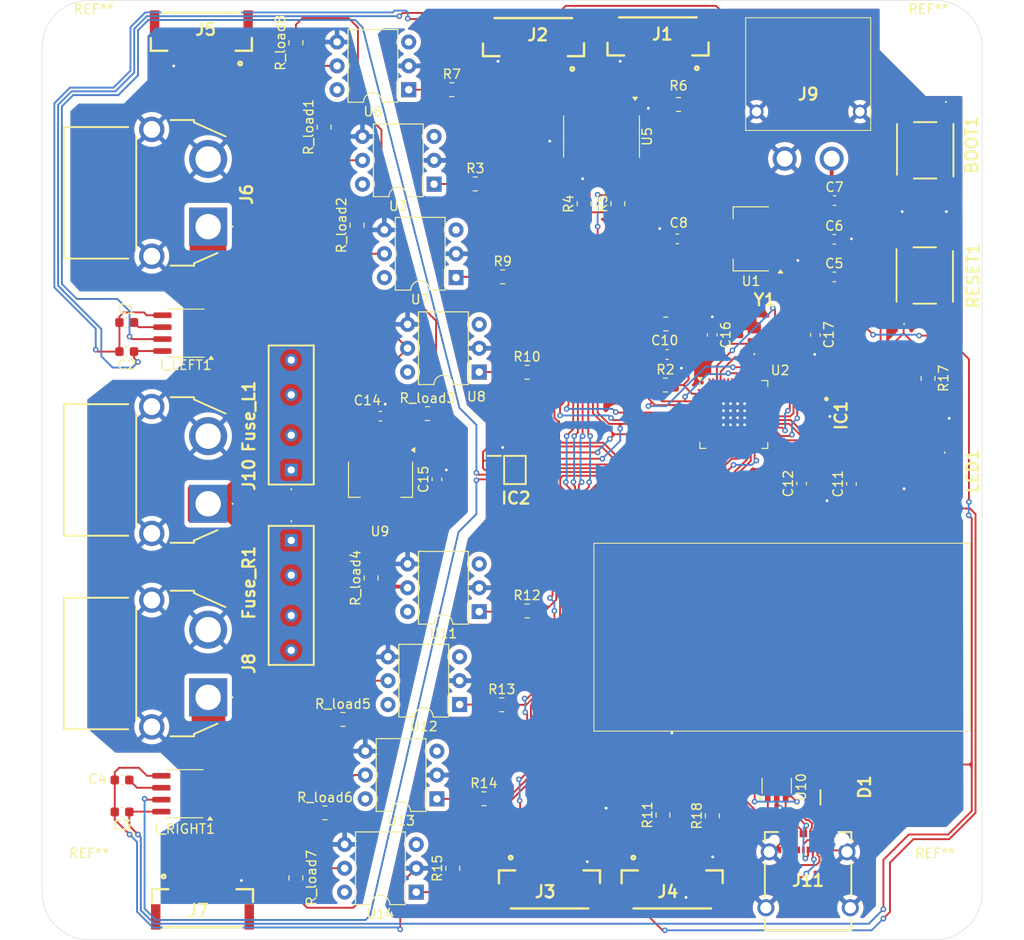
<source format=kicad_pcb>
(kicad_pcb (version 20240108) (generator "pcbnew") (generator_version "8.0")
  (layers (0 "F.Cu" jumper) (31 "B.Cu" signal) (34 "B.Paste" user) (35 "F.Paste" user) (36 "B.SilkS" user "B.Silkscreen") (37 "F.SilkS" user "F.Silkscreen") (38 "B.Mask" user) (39 "F.Mask" user) (44 "Edge.Cuts" user))
  (net 0 "")
  (net 1 "GND")
  (net 2 "Net-(I_LEFT1-FILTER)")
  (net 3 "+5V")
  (net 4 "Net-(I_RIGHT1-FILTER)")
  (net 5 "+3.3V")
  (net 6 "+12V")
  (net 7 "GNDPWR")
  (net 8 "/+5V_ISO")
  (net 9 "/XTAL_N")
  (net 10 "/XTAL_P")
  (net 12 "/VBUS")
  (net 13 "/+FUSE_L")
  (net 14 "/+FUSE_R")
  (net 15 "/SPIHD")
  (net 16 "/SPIQ")
  (net 17 "/SPIWP")
  (net 18 "/SPID")
  (net 19 "/SPICS0")
  (net 20 "/SPICLK")
  (net 21 "/I_OUT_R")
  (net 22 "/SCL")
  (net 24 "/SDA")
  (net 27 "/I_OUT_L")
  (net 28 "/+12V_L")
  (net 29 "/+12V_R")
  (net 30 "/SDA_LF")
  (net 31 "/SCL_LF")
  (net 32 "/SCL_LB")
  (net 33 "/SDA_LB")
  (net 34 "/SCL_RF")
  (net 35 "/SDA_RF")
  (net 36 "/SDA_RB")
  (net 37 "/SCL_RB")
  (net 38 "/PWM_IL")
  (net 39 "/IN2_IL")
  (net 40 "/EN_IL")
  (net 41 "/IN1_IL")
  (net 42 "/IN1_IR")
  (net 43 "/PWM_IR")
  (net 44 "/IN2_IR")
  (net 45 "/EN_IR")
  (net 47 "/D-")
  (net 48 "/D+")
  (net 49 "Net-(J11-CC2)")
  (net 59 "Net-(J11-CC1)")
  (net 62 "Net-(R3-Pad1)")
  (net 63 "/EN_L")
  (net 64 "Net-(U5-~{RESET})")
  (net 65 "/PWM_L")
  (net 66 "Net-(R7-Pad1)")
  (net 67 "Net-(R9-Pad1)")
  (net 68 "/IN1_L")
  (net 69 "Net-(R10-Pad1)")
  (net 70 "/IN2_L")
  (net 71 "Net-(R12-Pad1)")
  (net 72 "/PWM_R")
  (net 73 "/EN_R")
  (net 74 "Net-(R13-Pad1)")
  (net 75 "/IN1_R")
  (net 76 "Net-(R14-Pad1)")
  (net 77 "/IN2_R")
  (net 78 "Net-(R15-Pad1)")
  (net 131 "Net-(BOOT1-COM_1)")
  (net 132 "Net-(RESET1-NO_1)")
  (net 133 "Net-(LED1-A_GREEN)")
  (footprint "Resistor_SMD:R_0805_2012Metric" (layer "F.Cu") (at 67.7 11.1 180)
    (property "Reference" "R6")
    (property "Value" "10k")
  )
  (footprint "Resistor_SMD:R_0805_2012Metric" (layer "F.Cu") (at 51.5875 65)
    (property "Reference" "R12")
    (property "Value" "220")
  )
  (footprint "Resistor_SMD:R_0805_2012Metric" (layer "F.Cu") (at 94.25 40.25 -90)
    (property "Reference" "R17")
    (property "Value" "56")
  )
  (footprint "iprl_footprints:XT30PWF" (layer "F.Cu") (at 79 16.8625)
    (property "Reference" "J9")
    (property "Value" "XT30PW-F" (hide yes))
  )
  (footprint "Package_DIP:DIP-6_W7.62mm" (layer "F.Cu") (at 41.7 19.58 180)
    (property "Reference" "U3")
    (property "Value" "4N35")
  )
  (footprint "Package_DIP:DIP-6_W7.62mm" (layer "F.Cu") (at 46.5 39.58 180)
    (property "Reference" "U8")
    (property "Value" "4N35")
  )
  (footprint "Package_SO:SOIC-8_3.9x4.9mm_P1.27mm" (layer "F.Cu") (at 15.16 84.46 180)
    (property "Reference" "I_RIGHT1")
    (property "Value" "ACS712xLCTR-20A")
  )
  (footprint "Capacitor_SMD:C_0603_1608Metric" (layer "F.Cu") (at 82.265625 35.61875 -90)
    (property "Reference" "C17")
    (property "Value" "15p")
  )
  (footprint "Package_DIP:DIP-6_W7.62mm" (layer "F.Cu") (at 44.4125 74.97 180)
    (property "Reference" "U12")
    (property "Value" "4N35")
  )
  (footprint "Package_DFN_QFN:QFN-56-1EP_7x7mm_P0.4mm_EP4x4mm" (layer "F.Cu") (at 73.5875 44.09375)
    (property "Reference" "U2")
    (property "Value" "ESP32-S3" (hide yes))
  )
  (footprint "iprl_footprints:XT60PWF" (layer "F.Cu") (at 17.6625 74.2 90)
    (property "Reference" "J8")
    (property "Value" "XT60PW-F" (hide yes))
  )
  (footprint "Capacitor_SMD:C_0603_1608Metric" (layer "F.Cu") (at 8.5 83)
    (property "Reference" "C4")
    (property "Value" "1n")
  )
  (footprint "Resistor_SMD:R_0805_2012Metric" (layer "F.Cu") (at 30 13.5 90)
    (property "Reference" "R_load1")
    (property "Value" "4.7k")
  )
  (footprint "MountingHole:MountingHole_3.2mm_M3" (layer "F.Cu") (at 5 5)
    (property "Reference" "REF**")
    (property "Value" "MountingHole_3.2mm_M3")
  )
  (footprint "iprl_footprints:PTS645SK43SMTR92LFS" (layer "F.Cu") (at 93.9 29.3 90)
    (property "Reference" "RESET1")
    (property "Value" "PTS645SK43SMTR92LFS" (hide yes))
  )
  (footprint "Package_DIP:DIP-6_W7.62mm" (layer "F.Cu") (at 46.5 65.08 180)
    (property "Reference" "U11")
    (property "Value" "4N35")
  )
  (footprint "Capacitor_SMD:C_0603_1608Metric" (layer "F.Cu") (at 84.275 29.45)
    (property "Reference" "C5")
    (property "Value" "10u")
  )
  (footprint "Resistor_SMD:R_0805_2012Metric" (layer "F.Cu") (at 32 76.555)
    (property "Reference" "R_load5")
    (property "Value" "4.7k")
  )
  (footprint "Package_TO_SOT_SMD:SOT-23-6" (layer "F.Cu") (at 78.15 83.6125 90)
    (property "Reference" "U10")
    (property "Value" "USBLC6-4SC6")
  )
  (footprint "Capacitor_SMD:C_0603_1608Metric" (layer "F.Cu") (at 86.1 51.475 90)
    (property "Reference" "C11")
    (property "Value" "10u")
  )
  (footprint "Resistor_SMD:R_0805_2012Metric" (layer "F.Cu") (at 30.0875 86.5)
    (property "Reference" "R_load6")
    (property "Value" "4.7k")
  )
  (footprint "Resistor_SMD:R_0805_2012Metric" (layer "F.Cu") (at 66.35 34.4625)
    (property "Reference" "R16" (hide yes))
    (property "Value" "10k")
  )
  (footprint "iprl_footprints:SM06B-GHS-TB" (layer "F.Cu") (at 57.65 1.9 180)
    (property "Reference" "J2")
    (property "Value" "SM06B-GHS-TB_LF__SN_" (hide yes))
  )
  (footprint "Resistor_SMD:R_0805_2012Metric" (layer "F.Cu") (at 27 93.4125 -90)
    (property "Reference" "R_load7")
    (property "Value" "4.7k")
  )
  (footprint "iprl_footprints:SM06B-GHS-TB" (layer "F.Cu") (at 11.6865 98.673885)
    (property "Reference" "J7")
    (property "Value" "SM06B-GHS-TB_LF__SN_" (hide yes))
  )
  (footprint "Package_DIP:DIP-6_W7.62mm" (layer "F.Cu") (at 39 9.525 180)
    (property "Reference" "U6")
    (property "Value" "4N35")
  )
  (footprint "Resistor_SMD:R_0805_2012Metric" (layer "F.Cu") (at 33.5 23.945 90)
    (property "Reference" "R_load2")
    (property "Value" "4.7k")
  )
  (footprint "Resistor_SMD:R_0805_2012Metric" (layer "F.Cu") (at 71.3 86.8125 90)
    (property "Reference" "R18")
    (property "Value" "5.1k")
  )
  (footprint "Capacitor_SMD:C_0603_1608Metric" (layer "F.Cu") (at 66.4875 37.7125 180)
    (property "Reference" "C10")
    (property "Value" "1u")
  )
  (footprint "Resistor_SMD:R_0805_2012Metric" (layer "F.Cu") (at 35 61.5 90)
    (property "Reference" "R_load4")
    (property "Value" "2.2k")
  )
  (footprint "Resistor_SMD:R_0805_2012Metric" (layer "F.Cu") (at 27 4.525 90)
    (property "Reference" "R_load8")
    (property "Value" "2.2k")
  )
  (footprint "Resistor_SMD:R_0805_2012Metric" (layer "F.Cu") (at 41 44)
    (property "Reference" "R_load3")
    (property "Value" "4.7k")
  )
  (footprint "Resistor_SMD:R_0805_2012Metric" (layer "F.Cu") (at 66.3125 40.9625)
    (property "Reference" "R2")
    (property "Value" "10k")
  )
  (footprint "Capacitor_SMD:C_0603_1608Metric" (layer "F.Cu") (at 8.5 86.4 180)
    (property "Reference" "C3")
    (property "Value" "0.1uf")
  )
  (footprint "Package_SO:SOIC-8_3.9x4.9mm_P1.27mm" (layer "F.Cu") (at 15.275 35.435 180)
    (property "Reference" "I_LEFT1")
    (property "Value" "ACS712xLCTR-20A")
  )
  (footprint "iprl_footprints:SM06B-GHS-TB" (layer "F.Cu") (at 70.9 1.826115 180)
    (property "Reference" "J1")
    (property "Value" "SM06B-GHS-TB_LF__SN_" (hide yes))
  )
  (footprint "iprl_footprints:AAA3528ESGCT" (layer "F.Cu") (at 95.025 50.6 90)
    (property "Reference" "LED1")
    (property "Value" "AAA3528ESGCT" (hide yes))
  )
  (footprint "iprl_footprints:01000063Z" (layer "F.Cu") (at 26.5 50 90)
    (property "Reference" "Fuse_L1")
    (property "Value" "01000063Z" (hide yes))
  )
  (footprint "Capacitor_SMD:C_0603_1608Metric" (layer "F.Cu") (at 36 44.275)
    (property "Reference" "C14")
    (property "Value" "10u")
  )
  (footprint "Package_DIP:DIP-6_W7.62mm" (layer "F.Cu") (at 42 85.01 180)
    (property "Reference" "U13")
    (property "Value" "4N35")
  )
  (footprint "iprl_footprints:SOP50P490X110-10N" (layer "F.Cu") (at 50.3 50)
    (property "Reference" "IC2")
    (property "Value" "ADS1115IDGSR" (hide yes))
  )
  (footprint "iprl_footprints:SM06B-GHS-TB" (layer "F.Cu") (at 22.3135 1.326115 180)
    (property "Reference" "J5")
    (property "Value" "SM06B-GHS-TB_LF__SN_" (hide yes))
  )
  (footprint "Package_DIP:DIP-6_W7.62mm" (layer "F.Cu") (at 39.8 94.9375 180)
    (property "Reference" "U14")
    (property "Value" "4N35")
  )
  (footprint "Resistor_SMD:R_0805_2012Metric" (layer "F.Cu") (at 66.05 86.725 90)
    (property "Reference" "R11")
    (property "Value" "5.1k")
  )
  (footprint "MountingHole:MountingHole_3.2mm_M3" (layer "F.Cu") (at 95 95)
    (property "Reference" "REF**")
    (property "Value" "MountingHole_3.2mm_M3")
  )
  (footprint "Package_DIP:DIP-6_W7.62mm" (layer "F.Cu") (at 44.0325 29.525 180)
    (property "Reference" "U7")
    (property "Value" "4N35")
  )
  (footprint "Resistor_SMD:R_0805_2012Metric" (layer "F.Cu") (at 57.6625 21.6625 90)
    (property "Reference" "R4")
    (property "Value" "10k")
  )
  (footprint "Capacitor_SMD:C_0603_1608Metric" (layer "F.Cu") (at 67.575 25.4 180)
    (property "Reference" "C8")
    (property "Value" "10u")
  )
  (footprint "iprl_footprints:7M40000010" (layer "F.Cu") (at 76.865625 35.71875)
    (property "Reference" "Y1")
    (property "Value" "7M40000010" (hide yes))
  )
  (footprint "iprl_footprints:XT60PWF" (layer "F.Cu") (at 17.6625 53.6 90)
    (property "Reference" "J10")
    (property "Value" "XT60PW-F" (hide yes))
  )
  (footprint "Package_TO_SOT_SMD:SOT-223-3_TabPin2" (layer "F.Cu") (at 36 51 -90)
    (property "Reference" "U9")
    (property "Value" "AMS1117-5.0")
  )
  (footprint "Capacitor_SMD:C_0603_1608Metric" (layer "F.Cu") (at 9 34.3)
    (property "Reference" "C1")
    (property "Value" "1n")
  )
  (footprint "Capacitor_SMD:C_0603_1608Metric" (layer "F.Cu") (at 9 37.4 180)
    (property "Reference" "C2")
    (property "Value" "0.1uF")
  )
  (footprint "iprl_footprints:SON50P300X200X60-9N" (layer "F.Cu") (at 82.0375 44.29375 -90)
    (property "Reference" "IC1")
    (property "Value" "W25Q16JVUXIQ_TR" (hide yes))
  )
  (footprint "iprl_footprints:SM06B-GHS-TB" (layer "F.Cu") (at 48.6 96.673885)
    (property "Reference" "J3")
    (property "Value" "SM06B-GHS-TB_LF__SN_" (hide yes))
  )
  (footprint "Resistor_SMD:R_0805_2012Metric" (layer "F.Cu") (at 46.0875 19.555)
    (property "Reference" "R3")
    (property "Value" "220")
  )
  (footprint "MountingHole:MountingHole_3.2mm_M3" (layer "F.Cu") (at 5 95)
    (property "Reference" "REF**")
    (property "Value" "MountingHole_3.2mm_M3")
  )
  (footprint "MountingHole:MountingHole_3.2mm_M3" (layer "F.Cu") (at 95 5)
    (property "Reference" "REF**")
    (property "Value" "MountingHole_3.2mm_M3")
  )
  (footprint "iprl_footprints:XT60PWF" (layer "F.Cu") (at 17.6625 24.1 90)
    (property "Reference" "J6")
    (property "Value" "XT60PW-F" (hide yes))
  )
  (footprint "iprl_footprints:12401832E402A" (layer "F.Cu") (at 81.49 93.765)
    (property "Reference" "J11")
    (property "Value" "12401832E402A" (hide yes))
  )
  (footprint "Resistor_SMD:R_0805_2012Metric" (layer "F.Cu") (at 43.5875 9.525)
    (property "Reference" "R7")
    (property "Value" "220")
  )
  (footprint "Capacitor_SMD:C_0603_1608Metric" (layer "F.Cu") (at 84.3 21.325)
    (property "Reference" "C7")
    (property "Value" "0.1u")
  )
  (footprint "Resistor_SMD:R_0805_2012Metric" (layer "F.Cu") (at 51.5875 39.6)
    (property "Reference" "R10")
    (property "Value" "220")
  )
  (footprint "Resistor_SMD:R_0805_2012Metric" (layer "F.Cu") (at 48.9 75)
    (property "Reference" "R13")
    (property "Value" "220")
  )
  (footprint "iprl_footprints:PTS645SK43SMTR92LFS" (layer "F.Cu") (at 93.95 15.975 -90)
    (property "Reference" "BOOT1")
    (property "Value" "PTS645SK43SMTR92LFS" (hide yes))
  )
  (footprint "Capacitor_SMD:C_0603_1608Metric" (layer "F.Cu") (at 71.290625 35.61875 -90)
    (property "Reference" "C16")
    (property "Value" "12p")
  )
  (footprint "Package_SO:TSSOP-24_4.4x7.8mm_P0.65mm" (layer "F.Cu") (at 59.5125 14.5125 -90)
    (property "Reference" "U5")
    (property "Value" "TCA9548APWR")
  )
  (footprint "Package_TO_SOT_SMD:SOT-223-3_TabPin2" (layer "F.Cu") (at 75.425 25.4 180)
    (property "Reference" "U1")
    (property "Value" "AMS1117-3.3")
  )
  (footprint "Capacitor_SMD:C_0603_1608Metric" (layer "F.Cu") (at 80.8 51.45 90)
    (property "Reference" "C12")
    (property "Value" "0.1u")
  )
  (footprint "iprl_footprints:SOT95P260X140-3N" (layer "F.Cu") (at 84.3 83.75 90)
    (property "Reference" "D1")
    (property "Value" "1SS294_F_" (hide yes))
  )
  (footprint "iprl_footprints:01000063Z" (layer "F.Cu") (at 26.5 57.5 -90)
    (property "Reference" "Fuse_R1")
    (property "Value" "01000063Z" (hide yes))
  )
  (footprint "Resistor_SMD:R_0805_2012Metric" (layer "F.Cu") (at 49 29.445)
    (property "Reference" "R9")
    (property "Value" "220")
  )
  (footprint "Capacitor_SMD:C_0603_1608Metric" (layer "F.Cu") (at 84.275 25.45)
    (property "Reference" "C6")
    (property "Value" "1u")
  )
  (footprint "Resistor_SMD:R_0805_2012Metric" (layer "F.Cu") (at 47 85)
    (property "Reference" "R14")
    (property "Value" "220")
  )
  (footprint "Resistor_SMD:R_0805_2012Metric" (layer "F.Cu") (at 61.25 21.6625 90)
    (property "Reference" "R5")
    (property "Value" "10k")
  )
  (footprint "Capacitor_SMD:C_0603_1608Metric" (layer "F.Cu") (at 42 51 90)
    (property "Reference" "C15")
    (property "Value" "10u")
  )
  (footprint "iprl_footprints:SM06B-GHS-TB" (layer "F.Cu") (at 61.65 96.673885)
    (property "Reference" "J4")
    (property "Value" "SM06B-GHS-TB_LF__SN_" (hide yes))
  )
  (footprint "Resistor_SMD:R_0805_2012Metric" (layer "F.Cu") (at 43.6875 92.4 90)
    (property "Reference" "R15")
    (property "Value" "220")
  )
  (gr_line (start 34.9 97.4) (end 44.3 56.6) (stroke (width 0.2)) (layer "B.Cu") (net 21))
  (gr_line (start 34.1 2.9) (end 43.8 41) (stroke (width 0.2)) (layer "B.Cu") (net 27))
  (gr_line (start 43.8 41) (end 44.4 43.4) (stroke (width 0.2)) (layer "B.Cu") (net 27))
  (gr_rect (start 58.7 57.8) (end 98.7 77.8) (stroke (width 0.1)) (fill none) (layer "F.SilkS"))
  (gr_line (start 100 5) (end 100 95) (stroke (width 0.05)) (layer "Edge.Cuts"))
  (gr_line (start 5 0) (end 95 0) (stroke (width 0.05)) (layer "Edge.Cuts"))
  (gr_line (start 95 100) (end 5 100) (stroke (width 0.05)) (layer "Edge.Cuts"))
  (gr_arc (start 95 0) (mid 98.535534 1.464466) (end 100 5) (stroke (width 0.05)) (layer "Edge.Cuts"))
  (gr_line (start 0 95) (end 0 5) (stroke (width 0.05)) (layer "Edge.Cuts"))
  (gr_arc (start 5 100) (mid 1.464466 98.535534) (end 0 95) (stroke (width 0.05)) (layer "Edge.Cuts"))
  (gr_arc (start 100 95) (mid 98.535534 98.535534) (end 95 100) (stroke (width 0.05)) (layer "Edge.Cuts"))
  (gr_arc (start 0 5) (mid 1.464466 1.464466) (end 5 0) (stroke (width 0.05)) (layer "Edge.Cuts"))
  (segment (start 12.685 82.555) (end 11.155 82.555) (width 0.2) (layer "F.Cu") (net 1))
  (segment (start 64.9 6.126115) (end 62.4 6.126115) (width 0.2) (layer "F.Cu") (net 1))
  (segment (start 8.225 37.4) (end 5.9 37.4) (width 0.2) (layer "F.Cu") (net 1))
  (segment (start 83.99 90.49) (end 85.41 90.49) (width 0.2) (layer "F.Cu") (net 1))
  (segment (start 48.1 49) (end 48.1 48.75) (width 0.2) (layer "F.Cu") (net 1))
  (segment (start 10.830001 33.230001) (end 8.669999 33.230001) (width 0.2) (layer "F.Cu") (net 1))
  (segment (start 40.415 6.985) (end 39 6.985) (width 0.2) (layer "F.Cu") (net 1))
  (segment (start 71.290625 34.84375) (end 71.290625 33.709375) (width 0.2) (layer "F.Cu") (net 1))
  (segment (start 77.965625 36.56875) (end 82.090625 36.56875) (width 0.2) (layer "F.Cu") (net 1))
  (segment (start 51.65 6.2) (end 48.8 6.2) (width 0.2) (layer "F.Cu") (net 1))
  (segment (start 8.225 33.675) (end 8.225 34.3) (width 0.2) (layer "F.Cu") (net 1))
  (segment (start 7.725 83) (end 7.725 86.4) (width 0.2) (layer "F.Cu") (net 1))
  (segment (start 71.2125 87.6375) (end 71.3 87.725) (width 0.2) (layer "F.Cu") (net 1))
  (segment (start 67.2625 37.7125) (end 67.2625 38.4125) (width 0.2) (layer "F.Cu") (net 1))
  (segment (start 38.1 98.9) (end 38.1 94.0975) (width 0.2) (layer "F.Cu") (net 1))
  (segment (start 85.05 25.45) (end 86.05 25.45) (width 0.2) (layer "F.Cu") (net 1))
  (segment (start 60.75 18.75) (end 58.25 18.75) (width 0.2) (layer "F.Cu") (net 1))
  (segment (start 81.4 53.275) (end 80.8 52.675) (width 0.2) (layer "F.Cu") (net 1))
  (segment (start 10.3 81.7) (end 8.2 81.7) (width 0.2) (layer "F.Cu") (net 1))
  (segment (start 81.2875 43.54375) (end 82.0375 44.29375) (width 0.2) (layer "F.Cu") (net 1))
  (segment (start 83.79375 44.29375) (end 83.8 44.3) (width 0.2) (layer "F.Cu") (net 1))
  (segment (start 40 2) (end 40.7 2.7) (width 0.2) (layer "F.Cu") (net 1))
  (segment (start 40.7 2.7) (end 40.7 6.7) (width 0.2) (layer "F.Cu") (net 1))
  (segment (start 11.13 33.53) (end 10.830001 33.230001) (width 0.2) (layer "F.Cu") (net 1))
  (segment (start 8.225 34.3) (end 8.225 37.4) (width 0.2) (layer "F.Cu") (net 1))
  (segment (start 48.1 49) (end 47 49) (width 0.2) (layer "F.Cu") (net 1))
  (segment (start 7.725 87.225) (end 9.3 88.8) (width 0.2) (layer "F.Cu") (net 1))
  (segment (start 47 49) (end 46.9 49.1) (width 0.2) (layer "F.Cu") (net 1))
  (segment (start 54.6 92.373885) (end 57.1 92.373885) (width 0.2) (layer "F.Cu") (net 1))
  (segment (start 46.9 49.8) (end 47.1 50) (width 0.2) (layer "F.Cu") (net 1))
  (segment (start 57.326115 92.373885) (end 58 91.7) (width 0.2) (layer "F.Cu") (net 1))
  (segment (start 85.075 21.325) (end 85.075 25.425) (width 0.2) (layer "F.Cu") (net 1))
  (segment (start 46.9 48.1) (end 47.1 47.9) (width 0.2) (layer "F.Cu") (net 1))
  (segment (start 71.3 91.148885) (end 71.3375 91.186385) (width 0.2) (layer "F.Cu") (net 1))
  (segment (start 58.25 18.75) (end 57.75 18.75) (width 0.2) (layer "F.Cu") (net 1))
  (segment (start 57.1 92.373885) (end 57.326115 92.373885) (width 0.2) (layer "F.Cu") (net 1))
  (segment (start 84.505 88.475) (end 85.475 88.475) (width 0.2) (layer "F.Cu") (net 1))
  (segment (start 62.4375 11.65) (end 63.0875 11.65) (width 0.2) (layer "F.Cu") (net 1))
  (segment (start 46.9 48.9) (end 46.9 48.1) (width 0.2) (layer "F.Cu") (net 1))
  (segment (start 12.8 33.53) (end 11.13 33.53) (width 0.2) (layer "F.Cu") (net 1))
  (segment (start 71.3 87.725) (end 71.3 91.148885) (width 0.2) (layer "F.Cu") (net 1))
  (segment (start 70.15 92.373885) (end 71.3375 91.186385) (width 0.2) (layer "F.Cu") (net 1))
  (segment (start 67.2625 38.4125) (end 68.0125 39.1625) (width 0.2) (layer "F.Cu") (net 1))
  (segment (start 78.297297 89.997297) (end 77.594594 90.7) (width 0.2) (layer "F.Cu") (net 1))
  (segment (start 66.8 25.4) (end 65.7 24.3) (width 0.2) (layer "F.Cu") (net 1))
  (segment (start 48.8 6.2) (end 48.5 6.5) (width 0.2) (layer "F.Cu") (net 1))
  (segment (start 5.9 37.4) (end 5.7 37.2) (width 0.2) (layer "F.Cu") (net 1))
  (segment (start 85.475 88.475) (end 86.527499 89.527499) (width 0.2) (layer "F.Cu") (net 1))
  (segment (start 71.315625 34.86875) (end 71.290625 34.84375) (width 0.2) (layer "F.Cu") (net 1))
  (segment (start 61.873885 6.126115) (end 61.5 6.5) (width 0.2) (layer "F.Cu") (net 1))
  (segment (start 47 49) (end 46.9 48.9) (width 0.2) (layer "F.Cu") (net 1))
  (segment (start 94.3 52) (end 91.7 52) (width 0.2) (layer "F.Cu") (net 1))
  (segment (start 40.7 6.7) (end 40.415 6.985) (width 0.2) (layer "F.Cu") (net 1))
  (segment (start 78.74 89.554594) (end 78.297297 89.997297) (width 0.2) (layer "F.Cu") (net 1))
  (segment (start 57.75 18.75) (end 57.5 19) (width 0.2) (layer "F.Cu") (net 1))
  (segment (start 85.41 90.49) (end 85.62 90.7) (width 0.2) (layer "F.Cu") (net 1))
  (segment (start 75.765625 34.86875) (end 71.315625 34.86875) (width 0.2) (layer "F.Cu") (net 1))
  (segment (start 38.1 94.0975) (end 39.8 92.3975) (width 0.2) (layer "F.Cu") (net 1))
  (segment (start 86.1 52.25) (end 86.1 52.675) (width 0.2) (layer "F.Cu") (net 1))
  (segment (start 86.527499 89.742501) (end 85.62 90.65) (width 0.2) (layer "F.Cu") (net 1))
  (segment (start 11.155 82.555) (end 10.3 81.7) (width 0.2) (layer "F.Cu") (net 1))
  (segment (start 82.0375 44.29375) (end 83.79375 44.29375) (width 0.2) (layer "F.Cu") (net 1))
  (segment (start 64.35 11.65) (end 64.5 11.5) (width 0.2) (layer "F.Cu") (net 1))
  (segment (start 61.1375 18.6125) (end 61 18.75) (width 0.2) (layer "F.Cu") (net 1))
  (segment (start 96.15 25.325) (end 96.15 22.55) (width 0.2) (layer "F.Cu") (net 1))
  (segment (start 84.24 88.79) (end 84.505 88.525) (width 0.2) (layer "F.Cu") (net 1))
  (segment (start 47.4 47.6) (end 49 47.6) (width 0.2) (layer "F.Cu") (net 1))
  (segment (start 96.15 22.55) (end 96.2 22.5) (width 0.2) (layer "F.Cu") (net 1))
  (segment (start 78.15 84.75) (end 78.15 85.6) (width 0.2) (layer "F.Cu") (net 1))
  (segment (start 82.090625 36.56875) (end 82.265625 36.39375) (width 0.2) (layer "F.Cu") (net 1))
  (segment (start 61.1375 17.375) (end 61.1375 18.6125) (width 0.2) (layer "F.Cu") (net 1))
  (segment (start 77.36 90.65) (end 77.894594 90.65) (width 0.4) (layer "F.Cu") (net 1))
  (segment (start 66.05 87.6375) (end 71.2125 87.6375) (width 0.2) (layer "F.Cu") (net 1))
  (segment (start 62.4 6.126115) (end 61.873885 6.126115) (width 0.2) (layer "F.Cu") (net 1))
  (segment (start 38.9 1.95) (end 38.95 2) (width 0.2) (layer "F.Cu") (net 1))
  (segment (start 82.265625 37.634375) (end 82.2 37.7) (width 0.2) (layer "F.Cu") (net 1))
  (segment (start 77.894594 90.65) (end 78.297297 90.247297) (width 0.4) (layer "F.Cu") (net 1))
  (segment (start 86.1 90.22) (end 85.62 90.7) (width 0.2) (layer "F.Cu") (net 1))
  (segment (start 8.2 81.7) (end 7.725 82.175) (width 0.2) (layer "F.Cu") (net 1))
  (segment (start 63.0875 11.65) (end 64.35 11.65) (width 0.2) (layer "F.Cu") (net 1))
  (segment (start 7.725 86.4) (end 7.725 87.225) (width 0.2) (layer "F.Cu") (net 1))
  (segment (start 85.5 53.275) (end 81.4 53.275) (width 0.2) (layer "F.Cu") (net 1))
  (segment (start 86.05 25.45) (end 86.1 25.4) (width 0.2) (layer "F.Cu") (net 1))
  (segment (start 77.594594 90.7) (end 77.36 90.7) (width 0.2) (layer "F.Cu") (net 1))
  (segment (start 85.075 25.425) (end 85.05 25.45) (width 0.2) (layer "F.Cu") (net 1))
  (segment (start 67.65 92.373885) (end 70.15 92.373885) (width 0.2) (layer "F.Cu") (net 1))
  (segment (start 78.297297 89.997297) (end 78.297297 90.247297) (width 0.2) (layer "F.Cu") (net 1))
  (segment (start 78.51 88.79) (end 78.5 88.8) (width 0.2) (layer "F.Cu") (net 1))
  (segment (start 81.2875 42.89375) (end 81.2875 43.54375) (width 0.2) (layer "F.Cu") (net 1))
  (segment (start 47.1 47.9) (end 47.4 47.6) (width 0.2) (layer "F.Cu") (net 1))
  (segment (start 7.725 82.175) (end 7.725 83) (width 0.2) (layer "F.Cu") (net 1))
  (segment (start 78.49 90.49) (end 77.57 90.49) (width 0.2) (layer "F.Cu") (net 1))
  (segment (start 80.8 52.675) (end 80.8 52.225) (width 0.2) (layer "F.Cu") (net 1))
  (segment (start 78.51 88.79) (end 78.74 88.79) (width 0.2) (layer "F.Cu") (net 1))
  (segment (start 46.9 49.1) (end 46.9 49.8) (width 0.2) (layer "F.Cu") (net 1))
  (segment (start 82.265625 36.39375) (end 82.265625 37.634375) (width 0.2) (layer "F.Cu") (net 1))
  (segment (start 38.95 2) (end 40 2) (width 0.2) (layer "F.Cu") (net 1))
  (segment (start 78.575 27.7) (end 80.4 27.7) (width 0.2) (layer "F.Cu") (net 1))
  (segment (start 78.297297 90.247297) (end 78.49 90.44) (width 0.2) (layer "F.Cu") (net 1))
  (segment (start 8.669999 33.230001) (end 8.225 33.675) (width 0.2) (layer "F.Cu") (net 1))
  (segment (start 96.2 22.5) (end 96.2 19.95) (width 0.2) (layer "F.Cu") (net 1))
  (segment (start 78.74 88.79) (end 78.74 89.554594) (width 0.2) (layer "F.Cu") (net 1))
  (segment (start 46.9 49.1) (end 46.9 48.9) (width 0.2) (layer "F.Cu") (net 1))
  (segment (start 71.290625 33.709375) (end 71.3 33.7) (width 0.2) (layer "F.Cu") (net 1))
  (segment (start 86.1 52.675) (end 85.5 53.275) (width 0.2) (layer "F.Cu") (net 1))
  (segment (start 96.2 19.95) (end 96.2 12) (width 0.2) (layer "F.Cu") (net 1))
  (segment (start 86.527499 89.527499) (end 86.527499 89.742501) (width 0.2) (layer "F.Cu") (net 1))
  (segment (start 85.05 29.45) (end 85.05 25.45) (width 0.2) (layer "F.Cu") (net 1))
  (segment (start 77.57 90.49) (end 77.36 90.7) (width 0.2) (layer "F.Cu") (net 1))
  (segment (start 84.24 88.74) (end 84.505 88.475) (width 0.2) (layer "F.Cu") (net 1))
  (segment (start 61 18.75) (end 60.75 18.75) (width 0.2) (layer "F.Cu") (net 1))
  (segment (start 47.1 50) (end 48.1 50) (width 0.2) (layer "F.Cu") (net 1))
  (segment (start 78.15 85.6) (end 78.5 85.95) (width 0.2) (layer "F.Cu") (net 1))
  (segment (start 96.15 33.275) (end 96.15 25.325) (width 0.2) (layer "F.Cu") (net 1))
  (via (at 73.9875 42.94375) (size 0.6) (drill 0.3) (layers "F.Cu" "B.Cu") (net 1))
  (via (at 96.2 22.5) (size 0.6) (drill 0.3) (layers "F.Cu" "B.Cu") (net 1))
  (via (at 67 78) (size 0.6) (drill 0.3) (layers "F.Cu" "B.Cu") (net 1))
  (via (at 73.2375 44.44375) (size 0.6) (drill 0.3) (layers "F.Cu" "B.Cu") (net 1))
  (via (at 49 47.6) (size 0.6) (drill 0.3) (layers "F.Cu" "B.Cu") (net 1))
  (via (at 72.4875 43.69375) (size 0.6) (drill 0.3) (layers "F.Cu" "B.Cu") (net 1))
  (via (at 38.9 1.95) (size 0.6) (drill 0.3) (layers "F.Cu" "B.Cu") (net 1))
  (via (at 73.2375 42.94375) (size 0.6) (drill 0.3) (layers "F.Cu" "B.Cu") (net 1))
  (via (at 68.0125 39.1625) (size 0.6) (drill 0.3) (layers "F.Cu" "B.Cu") (net 1))
  (via (at 74.7375 42.94375) (size 0.6) (drill 0.3) (layers "F.Cu" "B.Cu") (net 1))
  (via (at 78.5 85.95) (size 0.6) (drill 0.3) (layers "F.Cu" "B.Cu") (net 1))
  (via (at 71.3 33.7) (size 0.6) (drill 0.3) (layers "F.Cu" "B.Cu") (net 1))
  (via (at 82.2 37.7) (size 0.6) (drill 0.3) (layers "F.Cu" "B.Cu") (net 1))
  (via (at 48.5 6.5) (size 0.6) (drill 0.3) (layers "F.Cu" "B.Cu") (net 1))
  (via (at 86.1 25.4) (size 0.6) (drill 0.3) (layers "F.Cu" "B.Cu") (net 1))
  (via (at 83.5 53.275) (size 0.6) (drill 0.3) (layers "F.Cu" "B.Cu") (net 1))
  (via (at 61.5 6.5) (size 0.6) (drill 0.3) (layers "F.Cu" "B.Cu") (net 1))
  (via (at 91.7 52) (size 0.6) (drill 0.3) (layers "F.Cu" "B.Cu") (net 1))
  (via (at 72.4875 45.19375) (size 0.6) (drill 0.3) (layers "F.Cu" "B.Cu") (net 1))
  (via (at 72.4875 42.94375) (size 0.6) (drill 0.3) (layers "F.Cu" "B.Cu") (net 1))
  (via (at 68.5 95.5) (size 0.6) (drill 0.3) (layers "F.Cu" "B.Cu") (net 1))
  (via (at 54 15) (size 0.6) (drill 0.3) (layers "F.Cu" "B.Cu") (net 1))
  (via (at 73.9875 44.44375) (size 0.6) (drill 0.3) (layers "F.Cu" "B.Cu") (net 1))
  (via (at 74.7375 43.69375) (size 0.6) (drill 0.3) (layers "F.Cu" "B.Cu") (net 1))
  (via (at 60 86) (size 0.6) (drill 0.3) (layers "F.Cu" "B.Cu") (net 1))
  (via (at 64.5 11.5) (size 0.6) (drill 0.3) (layers "F.Cu" "B.Cu") (net 1))
  (via (at 72.4875 44.44375) (size 0.6) (drill 0.3) (layers "F.Cu" "B.Cu") (net 1))
  (via (at 58 91.7) (size 0.6) (drill 0.3) (layers "F.Cu" "B.Cu") (net 1))
  (via (at 74.7375 45.19375) (size 0.6) (drill 0.3) (layers "F.Cu" "B.Cu") (net 1))
  (via (at 54 95.5) (size 0.6) (drill 0.3) (layers "F.Cu" "B.Cu") (net 1))
  (via (at 9.3 88.8) (size 0.6) (drill 0.3) (layers "F.Cu" "B.Cu") (net 1))
  (via (at 80.4 27.7) (size 0.6) (drill 0.3) (layers "F.Cu" "B.Cu") (net 1))
  (via (at 73.9875 45.19375) (size 0.6) (drill 0.3) (layers "F.Cu" "B.Cu") (net 1))
  (via (at 74.7375 44.44375) (size 0.6) (drill 0.3) (layers "F.Cu" "B.Cu") (net 1))
  (via (at 96.5 44.5) (size 0.6) (drill 0.3) (layers "F.Cu" "B.Cu") (net 1))
  (via (at 83.8 44.3) (size 0.6) (drill 0.3) (layers "F.Cu" "B.Cu") (net 1))
  (via (at 91.5 22.5) (size 0.6) (drill 0.3) (layers "F.Cu" "B.Cu") (net 1))
  (via (at 73.2375 45.19375) (size 0.6) (drill 0.3) (layers "F.Cu" "B.Cu") (net 1))
  (via (at 73.9875 43.69375) (size 0.6) (drill 0.3) (layers "F.Cu" "B.Cu") (net 1))
  (via (at 57.5 19) (size 0.6) (drill 0.3) (layers "F.Cu" "B.Cu") (net 1))
  (via (at 73.2375 43.69375) (size 0.6) (drill 0.3) (layers "F.Cu" "B.Cu") (net 1))
  (via (at 65.7 24.3) (size 0.6) (drill 0.3) (layers "F.Cu" "B.Cu") (net 1))
  (via (at 71.3375 91.186385) (size 0.6) (drill 0.3) (layers "F.Cu" "B.Cu") (net 1))
  (via (at 38.1 98.9) (size 0.6) (drill 0.3) (layers "F.Cu" "B.Cu") (net 1))
  (via (at 5.7 37.2) (size 0.6) (drill 0.3) (layers "F.Cu" "B.Cu") (net 1))
  (segment (start 11.9 98.7) (end 37.9 98.7) (width 0.2) (layer "B.Cu") (net 1))
  (segment (start 11.768628 98.7) (end 11.9 98.7) (width 0.2) (layer "B.Cu") (net 1))
  (segment (start 9.3 88.8) (end 10.1 89.6) (width 0.2) (layer "B.Cu") (net 1))
  (segment (start 37.3 1.3) (end 37.5 1.1) (width 0.2) (layer "B.Cu") (net 1))
  (segment (start 10.1 89.6) (end 10.1 92.7) (width 0.2) (layer "B.Cu") (net 1))
  (segment (start 10.1 92.7) (end 10.1 97.031372) (width 0.2) (layer "B.Cu") (net 1))
  (segment (start 11.6 1.3) (end 37.3 1.3) (width 0.2) (layer "B.Cu") (net 1))
  (segment (start 7.6 9.3) (end 9.4 7.5) (width 0.2) (layer "B.Cu") (net 1))
  (segment (start 4.367157 33.632843) (end 1.3 30.565686) (width 0.2) (layer "B.Cu") (net 1))
  (segment (start 1.3 29.4) (end 1.300001 10.968628) (width 0.2) (layer "B.Cu") (net 1))
  (segment (start 10.1 97.031372) (end 11.768628 98.7) (width 0.2) (layer "B.Cu") (net 1))
  (segment (start 37.5 1.1) (end 38.7 1.1) (width 0.2) (layer "B.Cu") (net 1))
  (segment (start 9.4 7.1) (end 9.4 2.868628) (width 0.2) (layer "B.Cu") (net 1))
  (segment (start 37.9 98.7) (end 38.1 98.9) (width 0.2) (layer "B.Cu") (net 1))
  (segment (start 6 9.3) (end 7.6 9.3) (width 0.2) (layer "B.Cu") (net 1))
  (segment (start 38.9 1.3) (end 38.9 1.95) (width 0.2) (layer "B.Cu") (net 1))
  (segment (start 9.4 2.868628) (end 10.96863 1.3) (width 0.2) (layer "B.Cu") (net 1))
  (segment (start 86.1 25.4) (end 86.3 25.6) (width 0.2) (layer "B.Cu") (net 1))
  (segment (start 5.7 34.965686) (end 4.367157 33.632843) (width 0.2) (layer "B.Cu") (net 1))
  (segment (start 2.284315 9.984315) (end 2.96863 9.3) (width 0.2) (layer "B.Cu") (net 1))
  (segment (start 1.3 30.565686) (end 1.3 29.4) (width 0.2) (layer "B.Cu") (net 1))
  (segment (start 9.4 7.5) (end 9.4 7.1) (width 0.2) (layer "B.Cu") (net 1))
  (segment (start 5.7 37.2) (end 5.7 34.965686) (width 0.2) (layer "B.Cu") (net 1))
  (segment (start 10.96863 1.3) (end 11.6 1.3) (width 0.2) (layer "B.Cu") (net 1))
  (segment (start 38.7 1.1) (end 38.9 1.3) (width 0.2) (layer "B.Cu") (net 1))
  (segment (start 2.96863 9.3) (end 6 9.3) (width 0.2) (layer "B.Cu") (net 1))
  (segment (start 1.300001 10.968628) (end 2.284315 9.984315) (width 0.2) (layer "B.Cu") (net 1))
  (segment (start 10.275 34.8) (end 9.775 34.3) (width 0.2) (layer "F.Cu") (net 2))
  (segment (start 12.8 34.8) (end 10.275 34.8) (width 0.2) (layer "F.Cu") (net 2))
  (segment (start 55.7 0.6) (end 71.7 0.6) (width 0.2) (layer "F.Cu") (net 3))
  (segment (start 38 1.7) (end 38.35 1.35) (width 0.2) (layer "F.Cu") (net 3))
  (segment (start 78.575 23.1) (end 83.1 23.1) (width 0.2) (layer "F.Cu") (net 3))
  (segment (start 9.31 86.365) (end 9.275 86.4) (width 0.2) (layer "F.Cu") (net 3))
  (segment (start 78.575 21.675) (end 78.575 23.1) (width 0.2) (layer "F.Cu") (net 3))
  (segment (start 96.4 36) (end 96.1 35.7) (width 0.2) (layer "F.Cu") (net 3))
  (segment (start 98.9 80.8) (end 98.9 80) (width 0.2) (layer "F.Cu") (net 3))
  (segment (start 98.85 81.35) (end 98.9 81.3) (width 0.2) (layer "F.Cu") (net 3))
  (segment (start 84 20.85) (end 83.525 21.325) (width 0.4) (layer "F.Cu") (net 3))
  (segment (start 78.15 81.7) (end 78.15 82.475) (width 0.2) (layer "F.Cu") (net 3))
  (segment (start 54.95 1.35) (end 55.7 0.6) (width 0.2) (layer "F.Cu") (net 3))
  (segment (start 98.9 81.6) (end 98.9 81.7) (width 0.2) (layer "F.Cu") (net 3))
  (segment (start 9.275 87.875) (end 10.2 88.8) (width 0.2) (layer "F.Cu") (net 3))
  (segment (start 84 81.35) (end 78.5 81.35) (width 0.2) (layer "F.Cu") (net 3))
  (segment (start 83.5 23.3) (end 83.5 23.1) (width 0.2) (layer "F.Cu") (net 3))
  (segment (start 71.7 0.6) (end 72.9 1.8) (width 0.2) (layer "F.Cu") (net 3))
  (segment (start 9.775 38.075) (end 10.2 38.5) (width 0.2) (layer "F.Cu") (net 3))
  (segment (start 83.5 23.6) (end 83.5 25.45) (width 0.4) (layer "F.Cu") (net 3))
  (segment (start 98.9 81.1) (end 98.9 80.8) (width 0.2) (layer "F.Cu") (net 3))
  (segment (start 83.5 30.7) (end 83.5 29.45) (width 0.2) (layer "F.Cu") (net 3))
  (segment (start 83.5 22.9) (end 83.5 22.7) (width 0.2) (layer "F.Cu") (net 3))
  (segment (start 83.525 21.375) (end 83.5 21.4) (width 0.4) (layer "F.Cu") (net 3))
  (segment (start 98.9 55.14853) (end 98.575735 54.824265) (width 0.2) (layer "F.Cu") (net 3))
  (segment (start 92.2 88.8) (end 96.4 88.8) (width 0.2) (layer "F.Cu") (net 3))
  (segment (start 83.1 23.1) (end 83.5 23.5) (width 0.4) (layer "F.Cu") (net 3))
  (segment (start 98.65 81.35) (end 98.9 81.6) (width 0.2) (layer "F.Cu") (net 3))
  (segment (start 84.1 81.35) (end 84.5 81.35) (width 0.2) (layer "F.Cu") (net 3))
  (segment (start 83.3 23.1) (end 83.5 22.9) (width 0.2) (layer "F.Cu") (net 3))
  (segment (start 12.685 86.365) (end 9.31 86.365) (width 0.2) (layer "F.Cu") (net 3))
  (segment (start 98.9 79.5) (end 98.9 55.14853) (width 0.2) (layer "F.Cu") (net 3))
  (segment (start 98.6 53.4) (end 98.6 38.2) (width 0.2) (layer "F.Cu") (net 3))
  (segment (start 12.8 37.34) (end 9.835 37.34) (width 0.2) (layer "F.Cu") (net 3))
  (segment (start 38.35 1.35) (end 54.95 1.35) (width 0.2) (layer "F.Cu") (net 3))
  (segment (start 74.3 20.4) (end 77.3 20.4) (width 0.2) (layer "F.Cu") (net 3))
  (segment (start 89.5 96.7) (end 89.5 91.5) (width 0.2) (layer "F.Cu") (net 3))
  (segment (start 72.9 19) (end 74.3 20.4) (width 0.2) (layer "F.Cu") (net 3))
  (segment (start 89.5 91.5) (end 92.2 88.8) (width 0.2) (layer "F.Cu") (net 3))
  (segment (start 98.9 81.7) (end 98.9 81.3) (width 0.2) (layer "F.Cu") (net 3))
  (segment (start 98.65 81.35) (end 84.5 81.35) (width 0.2) (layer "F.Cu") (net 3))
  (segment (start 84 16.8625) (end 84 20.85) (width 0.4) (layer "F.Cu") (net 3))
  (segment (start 83.5 21.35) (end 83.525 21.325) (width 0.2) (layer "F.Cu") (net 3))
  (segment (start 83.5 22.7) (end 83.5 21.35) (width 0.2) (layer "F.Cu") (net 3))
  (segment (start 83.5 23.1) (end 83.5 22.9) (width 0.2) (layer "F.Cu") (net 3))
  (segment (start 72.9 1.8) (end 72.9 19) (width 0.2) (layer "F.Cu") (net 3))
  (segment (start 83.5 23.5) (end 83.5 23.6) (width 0.4) (layer "F.Cu") (net 3))
  (segment (start 98.9 80) (end 98.9 79.5) (width 0.2) (layer "F.Cu") (net 3))
  (segment (start 83.5 25.45) (end 83.5 23.3) (width 0.2) (layer "F.Cu") (net 3))
  (segment (start 9.275 86.4) (end 9.275 87.875) (width 0.2) (layer "F.Cu") (net 3))
  (segment (start 83.525 21.325) (end 83.525 21.375) (width 0.4) (layer "F.Cu") (net 3))
  (segment (start 83.5 29.45) (end 83.5 25.45) (width 0.2) (layer "F.Cu") (net 3))
  (segment (start 98.9 81.1) (end 98.65 81.35) (width 0.2) (layer "F.Cu") (net 3))
  (segment (start 84.3 81.55) (end 84.1 81.35) (width 0.2) (layer "F.Cu") (net 3))
  (segment (start 83.3 23.1) (end 83.5 23.3) (width 0.2) (layer "F.Cu") (net 3))
  (segment (start 98.9 81.3) (end 98.9 81.1) (width 0.2) (layer "F.Cu") (net 3))
  (segment (start 98.6 38.2) (end 96.4 36) (width 0.2) (layer "F.Cu") (net 3))
  (segment (start 96.1 35.7) (end 93.3 35.7) (width 0.2) (layer "F.Cu") (net 3))
  (segment (start 98.9 86.3) (end 98.9 83.2) (width 0.2) (layer "F.Cu") (net 3))
  (segment (start 88.4 35.6) (end 83.5 30.7) (width 0.2) (layer "F.Cu") (net 3))
  (segment (start 96.4 88.8) (end 98.9 86.3) (width 0.2) (layer "F.Cu") (net 3))
  (segment (start 77.3 20.4) (end 78.575 21.675) (width 0.2) (layer "F.Cu") (net 3))
  (segment (start 83.1 23.1) (end 83.275 23.1) (width 0.2) (layer "F.Cu") (net 3))
  (segment (start 9.835 37.34) (end 9.775 37.4) (width 0.2) (layer "F.Cu") (net 3))
  (segment (start 84.1 81.35) (end 84 81.35) (width 0.2) (layer "F.Cu") (net 3))
  (segment (start 9.775 37.4) (end 9.775 38.075) (width 0.2) (layer "F.Cu") (net 3))
  (segment (start 83.1 23.1) (end 83.5 22.7) (width 0.2) (layer "F.Cu") (net 3))
  (segment (start 83.275 23.1) (end 83.3 23.1) (width 0.2) (layer "F.Cu") (net 3))
  (segment (start 83.5 21.4) (end 83.5 23.6) (width 0.4) (layer "F.Cu") (net 3))
  (segment (start 83.5 23.1) (end 78.575 23.1) (width 0.4) (layer "F.Cu") (net 3))
  (segment (start 98.65 81.35) (end 98.85 81.35) (width 0.2) (layer "F.Cu") (net 3))
  (segment (start 98.9 81.8) (end 98.9 81.7) (width 0.2) (layer "F.Cu") (net 3))
  (segment (start 98.9 83.2) (end 98.9 81.8) (width 0.2) (layer "F.Cu") (net 3))
  (segment (start 78.5 81.35) (end 78.15 81.7) (width 0.2) (layer "F.Cu") (net 3))
  (segment (start 84.3 81.55) (end 84.5 81.35) (width 0.2) (layer "F.Cu") (net 3))
  (segment (start 84.3 82.65) (end 84.3 81.55) (width 0.2) (layer "F.Cu") (net 3))
  (segment (start 83.275 23.1) (end 83.5 23.1) (width 0.2) (layer "F.Cu") (net 3))
  (via (at 98.6 53.4) (size 0.6) (drill 0.3) (layers "F.Cu" "B.Cu") (net 3))
  (via (at 10.2 38.5) (size 0.6) (drill 0.3) (layers "F.Cu" "B.Cu") (net 3))
  (via (at 93.3 35.7) (size 0.6) (drill 0.3) (layers "F.Cu" "B.Cu") (net 3))
  (via (at 89.5 96.75) (size 0.6) (drill 0.3) (layers "F.Cu" "B.Cu") (net 3))
  (via (at 98.575735 54.824265) (size 0.6) (drill 0.3) (layers "F.Cu" "B.Cu") (net 3))
  (via (at 88.4 35.6) (size 0.6) (drill 0.3) (layers "F.Cu" "B.Cu") (net 3))
  (via (at 38 1.7) (size 0.6) (drill 0.3) (layers "F.Cu" "B.Cu") (net 3))
  (via (at 10.2 88.8) (size 0.6) (drill 0.3) (layers "F.Cu" "B.Cu") (net 3))
  (segment (start 3.134315 9.7) (end 7.8 9.7) (width 0.2) (layer "B.Cu") (net 3))
  (segment (start 19.9 1.7) (end 38 1.7) (width 0.2) (layer "B.Cu") (net 3))
  (segment (start 6.3 37.5) (end 6.3 35) (width 0.2) (layer "B.Cu") (net 3))
  (segment (start 9.6 39.1) (end 8.9 39.1) (width 0.2) (layer "B.Cu") (net 3))
  (segment (start 10.5 89.1) (end 10.5 96.865686) (width 0.2) (layer "B.Cu") (net 3))
  (segment (start 9.8 7.7) (end 9.8 4.3) (width 0.2) (layer "B.Cu") (net 3))
  (segment (start 2.2 30.9) (end 2.2 30.865686) (width 0.2) (layer "B.Cu") (net 3))
  (segment (start 7.4 39) (end 6.3 37.9) (width 0.2) (layer "B.Cu") (net 3))
  (segment (start 7.8 9.7) (end 9.8 7.7) (width 0.2) (layer "B.Cu") (net 3))
  (segment (start 6.3 35) (end 2.2 30.9) (width 0.2) (layer "B.Cu") (net 3))
  (segment (start 7.5 39.1) (end 7.4 39) (width 0.2) (layer "B.Cu") (net 3))
  (segment (start 11.934314 98.3) (end 87.95 98.3) (width 0.2) (layer "B.Cu") (net 3))
  (segment (start 93.2 35.6) (end 88.4 35.6) (width 0.2) (layer "B.Cu") (net 3))
  (segment (start 2.2 30.865686) (end 1.7 30.365685) (width 0.2) (layer "B.Cu") (net 3))
  (segment (start 10.2 88.8) (end 10.5 89.1) (width 0.2) (layer "B.Cu") (net 3))
  (segment (start 1.7 30.365685) (end 1.7 28) (width 0.2) (layer "B.Cu") (net 3))
  (segment (start 8.9 39.1) (end 7.5 39.1) (width 0.2) (layer "B.Cu") (net 3))
  (segment (start 10.2 38.5) (end 9.6 39.1) (width 0.2) (layer "B.Cu") (net 3))
  (segment (start 87.95 98.3) (end 89.5 96.75) (width 0.2) (layer "B.Cu") (net 3))
  (segment (start 10.5 96.865686) (end 11.934314 98.3) (width 0.2) (layer "B.Cu") (net 3))
  (segment (start 98.575735 53.424265) (end 98.6 53.4) (width 0.2) (layer "B.Cu") (net 3))
  (segment (start 9.8 4.3) (end 9.8 3.034314) (width 0.2) (layer "B.Cu") (net 3))
  (segment (start 11.134315 1.7) (end 19.9 1.7) (width 0.2) (layer "B.Cu") (net 3))
  (segment (start 6.3 37.9) (end 6.3 37.5) (width 0.2) (layer "B.Cu") (net 3))
  (segment (start 9.8 3.034314) (end 11.134315 1.7) (width 0.2) (layer "B.Cu") (net 3))
  (segment (start 93.3 35.7) (end 93.2 35.6) (width 0.2) (layer "B.Cu") (net 3))
  (segment (start 1.934315 10.9) (end 3.134315 9.7) (width 0.2) (layer "B.Cu") (net 3))
  (segment (start 1.7 11.134314) (end 1.934315 10.9) (width 0.2) (layer "B.Cu") (net 3))
  (segment (start 1.7 28) (end 1.7 11.134314) (width 0.2) (layer "B.Cu") (net 3))
  (segment (start 98.575735 54.824265) (end 98.575735 53.424265) (width 0.2) (layer "B.Cu") (net 3))
  (segment (start 12.685 83.825) (end 10.1 83.825) (width 0.2) (layer "F.Cu") (net 4))
  (segment (start 10.1 83.825) (end 9.275 83) (width 0.2) (layer "F.Cu") (net 4))
  (segment (start 66.625 17.375) (end 68.6125 15.3875) (width 0.2) (layer "F.Cu") (net 5))
  (segment (start 71.3875 40.64375) (end 71.1625 40.64375) (width 0.2) (layer "F.Cu") (net 5))
  (segment (start 70.1375 42.09375) (end 70.43386 42.09375) (width 0.4) (layer "F.Cu") (net 5))
  (segment (start 74.9875 40.64375) (end 74.9875 41.14011) (width 0.2) (layer "F.Cu") (net 5))
  (segment (start 72.275 25.4) (end 72.275 29.45) (width 0.2) (layer "F.Cu") (net 5))
  (segment (start 66 99) (end 66.25 99) (width 0.2) (layer "F.Cu") (net 5))
  (segment (start 53.516207 52.378947) (end 54.3 53.162741) (width 0.2) (layer "F.Cu") (net 5))
  (segment (start 61.25 22.575) (end 57.6625 22.575) (width 0.2) (layer "F.Cu") (net 5))
  (segment (start 67.8 1.1) (end 68.65 1.95) (width 0.2) (layer "F.Cu") (net 5))
  (segment (start 92.2 54.1) (end 88.8 50.7) (width 0.2) (layer "F.Cu") (net 5))
  (segment (start 89.5 97.75) (end 90.2 97.05) (width 0.2) (layer "F.Cu") (net 5))
  (segment (start 63.2375 21.5625) (end 63.0875 21.4125) (width 0.2) (layer "F.Cu") (net 5))
  (segment (start 98.7 54.1) (end 92.2 54.1) (width 0.2) (layer "F.Cu") (net 5))
  (segment (start 50.85 92.373885) (end 50.85 85.25) (width 0.2) (layer "F.Cu") (net 5))
  (segment (start 88.8 50.7) (end 86.1 50.7) (width 0.2) (layer "F.Cu") (net 5))
  (segment (start 51.6 76) (end 51.4 75.8) (width 0.2) (layer "F.Cu") (net 5))
  (segment (start 71.1625 40.64375) (end 71.075 40.73125) (width 0.2) (layer "F.Cu") (net 5))
  (segment (start 72.275 22.6) (end 71.775 22.1) (width 0.2) (layer "F.Cu") (net 5))
  (segment (start 80.8 50.675) (end 86.075 50.675) (width 0.2) (layer "F.Cu") (net 5))
  (segment (start 68.346875 41.059375) (end 68.328125 41.078125) (width 0.2) (layer "F.Cu") (net 5))
  (segment (start 71.775 22.1) (end 63.775 22.1) (width 0.2) (layer "F.Cu") (net 5))
  (segment (start 53.516207 50.216207) (end 53.516207 52.378947) (width 0.2) (layer "F.Cu") (net 5))
  (segment (start 68.0625 34.4625) (end 68.7625 35.1625) (width 0.2) (layer "F.Cu") (net 5))
  (segment (start 72.9875 47.04739) (end 73.34114 46.69375) (width 0.2) (layer "F.Cu") (net 5))
  (segment (start 72.275 29.45) (end 67.2625 34.4625) (width 0.2) (layer "F.Cu") (net 5))
  (segment (start 55.4 2) (end 56.3 1.1) (width 0.2) (layer "F.Cu") (net 5))
  (segment (start 78.0375 47.24375) (end 81.1 47.24375) (width 0.2) (layer "F.Cu") (net 5))
  (segment (start 52.5 50) (end 53.3 50) (width 0.2) (layer "F.Cu") (net 5))
  (segment (start 63.775 22.1) (end 63.2375 21.5625) (width 0.2) (layer "F.Cu") (net 5))
  (segment (start 54.3 53.162741) (end 54.3 63.35147) (width 0.2) (layer "F.Cu") (net 5))
  (segment (start 71.075 40.73125) (end 70.9875 40.64375) (width 0.2) (layer "F.Cu") (net 5))
  (segment (start 63.9 92.373885) (end 63.9 96.9) (width 0.2) (layer "F.Cu") (net 5))
  (segment (start 50.874265 82.925735) (end 51.6 82.2) (width 0.2) (layer "F.Cu") (net 5))
  (segment (start 68.346875 40.828125) (end 68.2125 40.9625) (width 0.2) (layer "F.Cu") (net 5))
  (segment (start 71.1 42.75989) (end 71.1 46.5) (width 0.2) (layer "F.Cu") (net 5))
  (segment (start 68.2125 40.9625) (end 67.225 40.9625) (width 0.2) (layer "F.Cu") (net 5))
  (segment (start 71.3875 40.64375) (end 70.9875 40.64375) (width 0.2) (layer "F.Cu") (net 5))
  (segment (start 71.2125 40.86875) (end 71.075 40.73125) (width 0.4) (layer "F.Cu") (net 5))
  (segment (start 63.2375 21.5625) (end 63.2 21.6) (width 0.2) (layer "F.Cu") (net 5))
  (segment (start 82.7875 46.44375) (end 82.7875 45.69375) (width 0.2) (layer "F.Cu") (net 5))
  (segment (start 61.925 22.575) (end 61.25 22.575) (width 0.2) (layer "F.Cu") (net 5))
  (segment (start 70.43386 42.09375) (end 71.2125 41.31511) (width 0.2) (layer "F.Cu") (net 5))
  (segment (start 56.3 1.1) (end 67.8 1.1) (width 0.2) (layer "F.Cu") (net 5))
  (segment (start 72.9875 47.04739) (end 72.63386 46.69375) (width 0.2) (layer "F.Cu") (net 5))
  (segment (start 68.65 6.126115) (end 68.65 11.0625) (width 0.2) (layer "F.Cu") (net 5))
  (segment (start 71.2125 40.81875) (end 71.3875 40.64375) (width 0.2) (layer "F.Cu") (net 5))
  (segment (start 67.2625 34.4625) (end 68.0625 34.4625) (width 0.2) (layer "F.Cu") (net 5))
  (segment (start 63.9 96.9) (end 66 99) (width 0.2) (layer "F.Cu") (net 5))
  (segment (start 51.608579 74.325735) (end 53.167157 72.767157) (width 0.2) (layer "F.Cu") (net 5))
  (segment (start 81.9875 47.24375) (end 82.7875 46.44375) (width 0.2) (layer "F.Cu") (net 5))
  (segment (start 78.575 25.4) (end 72.275 25.4) (width 0.2) (layer "F.Cu") (net 5))
  (segment (start 71.2125 41.31511) (end 71.2125 40.86875) (width 0.2) (layer "F.Cu") (net 5))
  (segment (start 68.7625 35.1625) (end 68.7625 40.4125) (width 0.2) (layer "F.Cu") (net 5))
  (segment (start 63.0875 21.4125) (end 62.9 21.6) (width 0.2) (layer "F.Cu") (net 5))
  (segment (start 70.1375 41.89375) (end 70.1375 42.09375) (width 0.2) (layer "F.Cu") (net 5))
  (segment (start 51.325735 74.325735) (end 51.608579 74.325735) (width 0.2) (layer "F.Cu") (net 5))
  (segment (start 73 46.69375) (end 73.34114 46.69375) (width 0.2) (layer "F.Cu") (net 5))
  (segment (start 80.8 47.24375) (end 81.1 47.24375) (width 0.2) (layer "F.Cu") (net 5))
  (segment (start 62.9 21.6) (end 61.925 22.575) (width 0.2) (layer "F.Cu") (net 5))
  (segment (start 72.63386 46.69375) (end 72.6 46.69375) (width 0.2) (layer "F.Cu") (net 5))
  (segment (start 70.1375 41.89375) (end 69.14375 41.89375) (width 0.2) (layer "F.Cu") (net 5))
  (segment (start 71.24114 41.34375) (end 71.2125 41.31511) (width 0.2) (layer "F.Cu") (net 5))
  (segment (start 72.9875 47.54375) (end 72.9875 47.04739) (width 0.2) (layer "F.Cu") (net 5))
  (segment (start 71.29375 46.69375) (end 72.6 46.69375) (width 0.2) (layer "F.Cu") (net 5))
  (segment (start 73.34114 46.69375) (end 77.0375 46.69375) (width 0.2) (layer "F.Cu") (net 5))
  (segment (start 63.0875 17.375) (end 66.625 17.375) (width 0.2) (layer "F.Cu") (net 5))
  (segment (start 68.65 1.95) (end 68.65 6.126115) (width 0.2) (layer "F.Cu") (net 5))
  (segment (start 86.075 50.675) (end 86.1 50.7) (width 0.2) (layer "F.Cu") (net 5))
  (segment (start 71.1 46.5) (end 71.29375 46.69375) (width 0.2) (layer "F.Cu") (net 5))
  (segment (start 99.3 54.7) (end 98.7 54.1) (width 0.2) (layer "F.Cu") (net 5))
  (segment (start 51.6 77.4) (end 51.6 76) (width 0.2) (layer "F.Cu") (net 5))
  (segment (start 90.2 91.8) (end 92.7 89.3) (width 0.2) (layer "F.Cu") (net 5))
  (segment (start 68.65 11.0625) (end 68.6125 11.1) (width 0.2) (layer "F.Cu") (net 5))
  (segment (start 50.725735 82.925735) (end 50.874265 82.925735) (width 0.2) (layer "F.Cu") (net 5))
  (segment (start 51.6 82.2) (end 51.6 77.4) (width 0.2) (layer "F.Cu") (net 5))
  (segment (start 72.6 46.69375) (end 73 46.69375) (width 0.2) (layer "F.Cu") (net 5))
  (segment (start 68.6125 6.249) (end 68.5635 6.2) (width 0.2) (layer "F.Cu") (net 5))
  (segment (start 92.7 89.3) (end 96.5 89.3) (width 0.2) (layer "F.Cu") (net 5))
  (segment (start 72.275 25.4) (end 68.35 25.4) (width 0.2) (layer "F.Cu") (net 5))
  (segment (start 68.6125 15.3875) (end 68.6125 11.1) (width 0.2) (layer "F.Cu") (net 5))
  (segment (start 68.346875 40.828125) (end 68.346875 41.059375) (width 0.2) (layer "F.Cu") (net 5))
  (segment (start 55.4 6.2) (end 55.4 2) (width 0.2) (layer "F.Cu") (net 5))
  (segment (start 70.1375 42.09375) (end 70.1375 42.29375) (width 0.2) (layer "F.Cu") (net 5))
  (segment (start 99.3 86.5) (end 99.3 54.7) (width 0.2) (layer "F.Cu") (net 5))
  (segment (start 77.0375 46.69375) (end 77.4875 46.69375) (width 0.2) (layer "F.Cu") (net 5))
  (segment (start 71.2125 40.86875) (end 71.2125 40.81875) (width 0.2) (layer "F.Cu") (net 5))
  (segment (start 74.9875 41.14011) (end 74.78386 41.34375) (width 0.2) (layer "F.Cu") (net 5))
  (segment (start 72.9875 46.70625) (end 73 46.69375) (width 0.2) (layer "F.Cu") (net 5))
  (segment (start 72.9875 46.70625) (end 72.9875 47.04739) (width 0.2) (layer "F.Cu") (net 5))
  (segment (start 90.2 97.05) (end 90.2 91.8) (width 0.2) (layer "F.Cu") (net 5))
  (segment (start 70.43386 42.09375) (end 71.1 42.75989) (width 0.2) (layer "F.Cu") (net 5))
  (segment (start 50.85 85.25) (end 50.8 85.2) (width 0.2) (layer "F.Cu") (net 5))
  (segment (start 80.8 50.675) (end 80.8 47.24375) (width 0.2) (layer "F.Cu") (net 5))
  (segment (start 63.0875 17.375) (end 63.0875 21.4125) (width 0.2) (layer "F.Cu") (net 5))
  (segment (start 81.1 47.24375) (end 81.9875 47.24375) (width 0.2) (layer "F.Cu") (net 5))
  (segment (start 68.7625 40.4125) (end 68.346875 40.828125) (width 0.2) (layer "F.Cu") (net 5))
  (segment (start 69.14375 41.89375) (end 68.328125 41.078125) (width 0.2) (layer "F.Cu") (net 5))
  (segment (start 77.4875 46.69375) (end 78.0375 47.24375) (width 0.2) (layer "F.Cu") (net 5))
  (segment (start 53.3 50) (end 53.516207 50.216207) (width 0.2) (layer "F.Cu") (net 5))
  (segment (start 74.78386 41.34375) (end 71.24114 41.34375) (width 0.2) (layer "F.Cu") (net 5))
  (segment (start 63.2 21.6) (end 62.9 21.6) (width 0.2) (layer "F.Cu") (net 5))
  (segment (start 96.5 89.3) (end 99.3 86.5) (width 0.2) (layer "F.Cu") (net 5))
  (segment (start 54.3 63.35147) (end 54.025735 63.625735) (width 0.2) (layer "F.Cu") (net 5))
  (segment (start 53.167157 72.767157) (end 54.5 71.434314) (width 0.2) (layer "F.Cu") (net 5))
  (segment (start 72.275 25.4) (end 72.275 22.6) (width 0.2) (layer "F.Cu") (net 5))
  (segment (start 68.328125 41.078125) (end 68.2125 40.9625) (width 0.2) (layer "F.Cu") (net 5))
  (segment (start 54.5 71.434314) (end 54.5 65) (width 0.2) (layer "F.Cu") (net 5))
  (via (at 66.25 99) (size 0.6) (drill 0.3) (layers "F.Cu" "B.Cu") (net 5))
  (via (at 54.5 65) (size 0.6) (drill 0.3) (layers "F.Cu" "B.Cu") (net 5))
  (via (at 50.8 85.2) (size 0.6) (drill 0.3) (layers "F.Cu" "B.Cu") (net 5))
  (via (at 50.725735 82.925735) (size 0.6) (drill 0.3) (layers "F.Cu" "B.Cu") (net 5))
  (via (at 51.4 75.8) (size 0.6) (drill 0.3) (layers "F.Cu" "B.Cu") (net 5))
  (via (at 51.325735 74.325735) (size 0.6) (drill 0.3) (layers "F.Cu" "B.Cu") (net 5))
  (via (at 89.5 97.75) (size 0.6) (drill 0.3) (layers "F.Cu" "B.Cu") (net 5))
  (via (at 54.025735 63.625735) (size 0.6) (drill 0.3) (layers "F.Cu" "B.Cu") (net 5))
  (segment (start 88.2 99) (end 88.25 99) (width 0.2) (layer "B.Cu") (net 5))
  (segment (start 50.8 83) (end 50.725735 82.925735) (width 0.2) (layer "B.Cu") (net 5))
  (segment (start 88.25 99) (end 89.5 97.75) (width 0.2) (layer "B.Cu") (net 5))
  (segment (start 51.4 74.4) (end 51.325735 74.325735) (width 0.2) (layer "B.Cu") (net 5))
  (segment (start 50.8 85.2) (end 50.8 83) (width 0.2) (layer "B.Cu") (net 5))
  (segment (start 54.5 64.1) (end 54.025735 63.625735) (width 0.2) (layer "B.Cu") (net 5))
  (segment (start 66.25 99) (end 88.2 99) (width 0.2) (layer "B.Cu") (net 5))
  (segment (start 51.4 75.8) (end 51.4 74.4) (width 0.2) (layer "B.Cu") (net 5))
  (segment (start 54.5 65) (end 54.5 64.1) (width 0.2) (layer "B.Cu") (net 5))
  (segment (start 26.5 48.5) (end 26.5 50) (width 1) (layer "F.Cu") (net 6))
  (segment (start 33.7 45.8) (end 35.225 44.275) (width 1) (layer "F.Cu") (net 6))
  (segment (start 26.5 57.5) (end 26.5 50) (width 1) (layer "F.Cu") (net 6))
  (segment (start 26.5 46.3) (end 26.5 47.3) (width 1) (layer "F.Cu") (net 6))
  (segment (start 26.5 57.2) (end 22.9 53.6) (width 1) (layer "F.Cu") (net 6))
  (segment (start 26.5 48.4) (end 26.5 48.5) (width 0.4) (layer "F.Cu") (net 6))
  (segment (start 33.7 47.85) (end 27.05 47.85) (width 1) (layer "F.Cu") (net 6))
  (segment (start 33.7 47.85) (end 33.7 45.8) (width 1) (layer "F.Cu") (net 6))
  (segment (start 26.5 57.5) (end 26.5 57.2) (width 1) (layer "F.Cu") (net 6))
  (segment (start 26.5 61.2) (end 26.5 57.5) (width 1) (layer "F.Cu") (net 6))
  (segment (start 22.9 53.6) (end 26.5 50) (width 1) (layer "F.Cu") (net 6))
  (segment (start 17.6625 53.6) (end 22.9 53.6) (width 1) (layer "F.Cu") (net 6))
  (segment (start 27.05 47.85) (end 26.5 48.4) (width 0.4) (layer "F.Cu") (net 6))
  (segment (start 26.5 47.3) (end 26.5 48.5) (width 1) (layer "F.Cu") (net 6))
  (segment (start 27.05 47.85) (end 26.5 47.3) (width 0.4) (layer "F.Cu") (net 6))
  (segment (start 42 50.225) (end 40.675 50.225) (width 0.2) (layer "F.Cu") (net 7))
  (segment (start 40.675 50.225) (end 38.3 47.85) (width 0.2) (layer "F.Cu") (net 7))
  (segment (start 42.775 50.225) (end 43 50) (width 0.2) (layer "F.Cu") (net 7))
  (segment (start 36.775 44.275) (end 36.775 43.275) (width 0.2) (layer "F.Cu") (net 7))
  (segment (start 20.526115 94.373885) (end 21.2 93.7) (width 0.2) (layer "F.Cu") (net 7))
  (segment (start 13.8135 6.8135) (end 14 7) (width 0.2) (layer "F.Cu") (net 7))
  (segment (start 20.1865 94.373885) (end 20.526115 94.373885) (width 0.2) (layer "F.Cu") (net 7))
  (segment (start 42 50.225) (end 42.775 50.225) (width 0.2) (layer "F.Cu") (net 7))
  (segment (start 13.8135 5.626115) (end 13.8135 6.8135) (width 0.2) (layer "F.Cu") (net 7))
  (segment (start 36.775 43.275) (end 36.5 43) (width 0.2) (layer "F.Cu") (net 7))
  (via (at 21.2 93.7) (size 0.6) (drill 0.3) (layers "F.Cu" "B.Cu") (net 7))
  (via (at 14 7) (size 0.6) (drill 0.3) (layers "F.Cu" "B.Cu") (net 7))
  (via (at 43 50) (size 0.6) (drill 0.3) (layers "F.Cu" "B.Cu") (net 7))
  (via (at 36.5 43) (size 0.6) (drill 0.3) (layers "F.Cu" "B.Cu") (net 7))
  (segment (start 38.1 23.1) (end 38.1 30.3) (width 0.2) (layer "F.Cu") (net 8))
  (segment (start 33.75 88.25) (end 32 86.5) (width 0.2) (layer "F.Cu") (net 8))
  (segment (start 36.5 57.5125) (end 36.5 57.5) (width 0.2) (layer "F.Cu") (net 8))
  (segment (start 37.5 22.5) (end 38.1 23.1) (width 0.2) (layer "F.Cu") (net 8))
  (segment (start 34.055 76.555) (end 32.9125 76.555) (width 0.2) (layer "F.Cu") (net 8))
  (segment (start 36 47.85) (end 36 54.15) (width 0.2) (layer "F.Cu") (net 8))
  (segment (start 33.9 95.4) (end 33.9 88.4) (width 0.2) (layer "F.Cu") (net 8))
  (segment (start 35.5 22) (end 36 22.5) (width 0.2) (layer "F.Cu") (net 8))
  (segment (start 22.275 94.325) (end 27 94.325) (width 0.2) (layer "F.Cu") (net 8))
  (segment (start 33.6 2.9) (end 33.6 11.3) (width 0.2) (layer "F.Cu") (net 8))
  (segment (start 27.2 95.6) (end 28.2 96.6) (width 0.2) (layer "F.Cu") (net 8))
  (segment (start 35 60.5875) (end 37.2875 58.3) (width 0.2) (layer "F.Cu") (net 8))
  (segment (start 36 46.6) (end 36 47.85) (width 0.2) (layer "F.Cu") (net 8))
  (segment (start 40.5 59.4) (end 39.4 58.3) (width 0.2) (layer "F.Cu") (net 8))
  (segment (start 36.1 13.8) (end 36.1 21.4) (width 0.2) (layer "F.Cu") (net 8))
  (segment (start 41.9125 34.1125) (end 41.9125 44) (width 0.2) (layer "F.Cu") (net 8))
  (segment (start 35.9 78.4) (end 35.7 78.2) (width 0.2) (layer "F.Cu") (net 8))
  (segment (start 37.2875 58.3) (end 36.5 57.5125) (width 0.2) (layer "F.Cu") (net 8))
  (segment (start 14.912615 95.9) (end 20.7 95.9) (width 0.2) (layer "F.Cu") (net 8))
  (segment (start 35.5 22) (end 34.4675 23.0325) (width 0.2) (layer "F.Cu") (net 8))
  (segment (start 22.373885 5.626115) (end 24.3875 3.6125) (width 0.2) (layer "F.Cu") (net 8))
  (segment (start 36 54.15) (end 39.625 54.15) (width 0.2) (layer "F.Cu") (net 8))
  (segment (start 32 86.5) (end 31 86.5) (width 0.2) (layer "F.Cu") (net 8))
  (segment (start 38.3 75.6) (end 38.3 68.7) (width 0.2) (layer "F.Cu") (net 8))
  (segment (start 33.9 88.4) (end 33.75 88.25) (width 0.2) (layer "F.Cu") (net 8))
  (segment (start 36 57) (end 36 54.15) (width 0.2) (layer "F.Cu") (net 8))
  (segment (start 35.7 78.2) (end 34.055 76.555) (width 0.2) (layer "F.Cu") (net 8))
  (segment (start 32.3125 12.5875) (end 30 12.5875) (width 0.2) (layer "F.Cu") (net 8))
  (segment (start 41.9125 44) (end 41.9125 44.8875) (width 0.2) (layer "F.Cu") (net 8))
  (segment (start 24.3875 3.6125) (end 27 3.6125) (width 0.2) (layer "F.Cu") (net 8))
  (segment (start 39.625 54.15) (end 42 51.775) (width 0.2) (layer "F.Cu") (net 8))
  (segment (start 36.1 21.4) (end 35.5 22) (width 0.2) (layer "F.Cu") (net 8))
  (segment (start 38.1 30.3) (end 41.9125 34.1125) (width 0.2) (layer "F.Cu") (net 8))
  (segment (start 36.5 57.5) (end 36 57) (width 0.2) (layer "F.Cu") (net 8))
  (segment (start 27 94.325) (end 27 95.4) (width 0.2) (layer "F.Cu") (net 8))
  (segment (start 37.2875 58.3) (end 37.9 58.3) (width 0.2) (layer "F.Cu") (net 8))
  (segment (start 36 22.5) (end 37.5 22.5) (width 0.2) (layer "F.Cu") (net 8))
  (segment (start 33.9 95.8) (end 33.9 95.4) (width 0.2) (layer "F.Cu") (net 8))
  (segment (start 35.9 78.4) (end 35.9 86.4) (width 0.2) (layer "F.Cu") (net 8))
  (segment (start 13.9365 94.373885) (end 13.9365 94.923885) (width 0.2) (layer "F.Cu") (net 8))
  (segment (start 36.1 78.2) (end 35.9 78.4) (width 0.2) (layer "F.Cu") (net 8))
  (segment (start 33.1 96.6) (end 33.9 95.8) (width 0.2) (layer "F.Cu") (net 8))
  (segment (start 33.6 11.3) (end 32.3125 12.5875) (width 0.2) (layer "F.Cu") (net 8))
  (segment (start 38.3 68.7) (end 40.5 66.5) (width 0.2) (layer "F.Cu") (net 8))
  (segment (start 38.4 75.7) (end 38.3 75.6) (width 0.2) (layer "F.Cu") (net 8))
  (segment (start 38.4 75.9) (end 38.4 75.7) (width 0.2) (layer "F.Cu") (net 8))
  (segment (start 13.9365 94.923885) (end 14.912615 95.9) (width 0.2) (layer "F.Cu") (net 8))
  (segment (start 33.9 88.4) (end 34.05 88.25) (width 0.2) (layer "F.Cu") (net 8))
  (segment (start 27 2.6) (end 27.7 1.9) (width 0.2) (layer "F.Cu") (net 8))
  (segment (start 32.6 1.9) (end 33.6 2.9) (width 0.2) (layer "F.Cu") (net 8))
  (segment (start 27 3.6125) (end 27 2.6) (width 0.2) (layer "F.Cu") (net 8))
  (segment (start 36.1 78.2) (end 35.7 78.2) (width 0.2) (layer "F.Cu") (net 8))
  (segment (start 20.7 95.9) (end 22.275 94.325) (width 0.2) (layer "F.Cu") (net 8))
  (segment (start 41.2 45.6) (end 37 45.6) (width 0.2) (layer "F.Cu") (net 8))
  (segment (start 40.5 66.5) (end 40.5 59.4) (width 0.2) (layer "F.Cu") (net 8))
  (segment (start 39.4 58.3) (end 37.9 58.3) (width 0.2) (layer "F.Cu") (net 8))
  (segment (start 41.9125 44.8875) (end 41.2 45.6) (width 0.2) (layer "F.Cu") (net 8))
  (segment (start 34.4675 23.0325) (end 33.5 23.0325) (width 0.2) (layer "F.Cu") (net 8))
  (segment (start 27.7 1.9) (end 32.6 1.9) (width 0.2) (layer "F.Cu") (net 8))
  (segment (start 37 45.6) (end 36 46.6) (width 0.2) (layer "F.Cu") (net 8))
  (segment (start 33.6 11.3) (end 36.1 13.8) (width 0.2) (layer "F.Cu") (net 8))
  (segment (start 35.9 86.4) (end 34.05 88.25) (width 0.2) (layer "F.Cu") (net 8))
  (segment (start 28.2 96.6) (end 33.1 96.6) (width 0.2) (layer "F.Cu") (net 8))
  (segment (start 20.0635 5.626115) (end 22.373885 5.626115) (width 0.2) (layer "F.Cu") (net 8))
  (segment (start 27 95.4) (end 27.2 95.6) (width 0.2) (layer "F.Cu") (net 8))
  (segment (start 34.05 88.25) (end 33.75 88.25) (width 0.2) (layer "F.Cu") (net 8))
  (segment (start 36.1 78.2) (end 38.4 75.9) (width 0.2) (layer "F.Cu") (net 8))
  (segment (start 75.765625 36.56875) (end 71.465625 36.56875) (width 0.2) (layer "F.Cu") (net 9))
  (segment (start 75.765625 36.56875) (end 75.765625 37.09375) (width 0.2) (layer "F.Cu") (net 9))
  (segment (start 71.465625 36.56875) (end 71.290625 36.39375) (width 0.2) (layer "F.Cu") (net 9))
  (segment (start 75.728125 36.56875) (end 75.765625 36.56875) (width 0.2) (layer "F.Cu") (net 9))
  (segment (start 75.765625 37.09375) (end 74.865625 37.99375) (width 0.2) (layer "F.Cu") (net 9))
  (segment (start 72.1875 39.51875) (end 72.1875 40.64375) (width 0.2) (layer "F.Cu") (net 9))
  (segment (start 73.7125 37.99375) (end 72.1875 39.51875) (width 0.2) (layer "F.Cu") (net 9))
  (segment (start 74.865625 37.99375) (end 73.7125 37.99375) (width 0.2) (layer "F.Cu") (net 9))
  (segment (start 77.828125 32.76875) (end 77.728125 32.76875) (width 0.2) (layer "F.Cu") (net 10))
  (segment (start 71.7875 38.909375) (end 71.7875 40.64375) (width 0.2) (layer "F.Cu") (net 10))
  (segment (start 77.965625 34.86875) (end 77.965625 32.90625) (width 0.2) (layer "F.Cu") (net 10))
  (segment (start 77.965625 32.90625) (end 77.928125 32.86875) (width 0.2) (layer "F.Cu") (net 10))
  (segment (start 77.928125 32.86875) (end 77.828125 32.76875) (width 0.2) (layer "F.Cu") (net 10))
  (segment (start 73.428125 37.26875) (end 71.7875 38.909375) (width 0.2) (layer "F.Cu") (net 10))
  (segment (start 82.265625 34.84375) (end 77.990625 34.84375) (width 0.2) (layer "F.Cu") (net 10))
  (segment (start 77.990625 34.84375) (end 77.965625 34.86875) (width 0.2) (layer "F.Cu") (net 10))
  (via (at 77.728125 32.76875) (size 0.6) (drill 0.3) (layers "F.Cu" "B.Cu") (net 10))
  (via (at 73.428125 37.26875) (size 0.6) (drill 0.3) (layers "F.Cu" "B.Cu") (net 10))
  (segment (start 73.428125 37.26875) (end 77.728125 32.96875) (width 0.2) (layer "B.Cu") (net 10))
  (segment (start 77.728125 32.96875) (end 77.728125 32.76875) (width 0.2) (layer "B.Cu") (net 10))
  (segment (start 80.3 92.05) (end 79.99 91.74) (width 0.2) (layer "F.Cu") (net 12))
  (segment (start 77.2 83.25) (end 77.6 83.65) (width 0.2) (layer "F.Cu") (net 12))
  (segment (start 82.49 90.49) (end 82.49 90.991471) (width 0.2) (layer "F.Cu") (net 12))
  (segment (start 82.49 90.95) (end 82.49 90.49) (width 0.2) (layer "F.Cu") (net 12))
  (segment (start 82.5 84.85) (end 83.35 84.85) (width 0.2) (layer "F.Cu") (net 12))
  (segment (start 79.99 91.74) (end 79.99 90.49) (width 0.2) (layer "F.Cu") (net 12))
  (segment (start 80.24 89.64) (end 79.99 89.89) (width 0.2) (layer "F.Cu") (net 12))
  (segment (start 82.348529 92.05) (end 80.3 92.05) (width 0.2) (layer "F.Cu") (net 12))
  (segment (start 82.7 91.201471) (end 82.7 91.698529) (width 0.2) (layer "F.Cu") (net 12))
  (segment (start 82.499586 90.959586) (end 82.49 90.95) (width 0.2) (layer "F.Cu") (net 12))
  (segment (start 82.74 88.79) (end 82.74 87.11) (width 0.2) (layer "F.Cu") (net 12))
  (segment (start 82.74 89.64) (end 82.49 89.89) (width 0.2) (layer "F.Cu") (net 12))
  (segment (start 82.499586 90.499586) (end 82.49 90.49) (width 0.2) (layer "F.Cu") (net 12))
  (segment (start 81.3 83.65) (end 82.5 84.85) (width 0.2) (layer "F.Cu") (net 12))
  (segment (start 80.24 88.79) (end 80.24 89.64) (width 0.2) (layer "F.Cu") (net 12))
  (segment (start 79.99 89.89) (end 79.99 90.49) (width 0.2) (layer "F.Cu") (net 12))
  (segment (start 82.49 90.991471) (end 82.7 91.201471) (width 0.2) (layer "F.Cu") (net 12))
  (segment (start 82.7 91.698529) (end 82.348529 92.05) (width 0.2) (layer "F.Cu") (net 12))
  (segment (start 77.6 83.65) (end 81.3 83.65) (width 0.2) (layer "F.Cu") (net 12))
  (segment (start 77.2 82.475) (end 77.2 83.25) (width 0.2) (layer "F.Cu") (net 12))
  (segment (start 83.35 86.5) (end 83.35 84.85) (width 0.2) (layer "F.Cu") (net 12))
  (segment (start 82.74 87.11) (end 83.35 86.5) (width 0.2) (layer "F.Cu") (net 12))
  (segment (start 82.49 89.89) (end 82.49 90.49) (width 0.2) (layer "F.Cu") (net 12))
  (segment (start 82.74 88.79) (end 82.74 89.64) (width 0.2) (layer "F.Cu") (net 12))
  (segment (start 26.5 38.3) (end 25.5 38.3) (width 1) (layer "F.Cu") (net 13))
  (segment (start 17.75 36.07) (end 17.75 36.75) (width 1) (layer "F.Cu") (net 13))
  (segment (start 17.75 36.75) (end 17.75 37.34) (width 1) (layer "F.Cu") (net 13))
  (segment (start 17.75 36.8) (end 19.25 38.3) (width 1) (layer "F.Cu") (net 13))
  (segment (start 20.15 38.3) (end 19.25 38.3) (width 1) (layer "F.Cu") (net 13))
  (segment (start 25.5 38.3) (end 25.5 38.5) (width 1) (layer "F.Cu") (net 13))
  (segment (start 25.5 38.3) (end 20.15 38.3) (width 1) (layer "F.Cu") (net 13))
  (segment (start 26.5 42) (end 26.5 39.5) (width 1) (layer "F.Cu") (net 13))
  (segment (start 17.75 36.07) (end 19.98 38.3) (width 1) (layer "F.Cu") (net 13))
  (segment (start 18.71 38.3) (end 17.75 37.34) (width 1) (layer "F.Cu") (net 13))
  (segment (start 17.75 36.75) (end 17.75 36.8) (width 1) (layer "F.Cu") (net 13))
  (segment (start 26.5 39.5) (end 26.5 38.3) (width 1) (layer "F.Cu") (net 13))
  (segment (start 19.25 38.3) (end 18.71 38.3) (width 1) (layer "F.Cu") (net 13))
  (segment (start 19.98 38.3) (end 20.15 38.3) (width 1) (layer "F.Cu") (net 13))
  (segment (start 25.5 38.5) (end 26.5 39.5) (width 1) (layer "F.Cu") (net 13))
  (segment (start 26.5 71.5) (end 26.5 69.2) (width 1) (layer "F.Cu") (net 14))
  (segment (start 23.25 83) (end 23.25 74.75) (width 1) (layer "F.Cu") (net 14))
  (segment (start 23.25 83) (end 21.155 85.095) (width 1) (layer "F.Cu") (net 14))
  (segment (start 17.635 86.365) (end 17.635 85.095) (width 1) (layer "F.Cu") (net 14))
  (segment (start 21.155 85.095) (end 17.635 85.095) (width 1) (layer "F.Cu") (net 14))
  (segment (start 26.5 69.2) (end 26.5 65.5) (width 1) (layer "F.Cu") (net 14))
  (segment (start 23.25 74.75) (end 26.5 71.5) (width 1) (layer "F.Cu") (net 14))
  (segment (start 77.0375 46.29375) (end 77.8375 46.29375) (width 0.2) (layer "F.Cu") (net 15))
  (segment (start 78.3875 46.84375) (end 81.803186 46.84375) (width 0.2) (layer "F.Cu") (net 15))
  (segment (start 82.2875 46.359436) (end 82.2875 45.69375) (width 0.2) (layer "F.Cu") (net 15))
  (segment (start 81.803186 46.84375) (end 82.2875 46.359436) (width 0.2) (layer "F.Cu") (net 15))
  (segment (start 77.8375 46.29375) (end 78.3875 46.84375) (width 0.2) (layer "F.Cu") (net 15))
  (segment (start 81.2875 45.69375) (end 80.6375 45.69375) (width 0.2) (layer "F.Cu") (net 16))
  (segment (start 80.6375 45.69375) (end 79.6375 44.69375) (width 0.2) (layer "F.Cu") (net 16))
  (segment (start 79.6375 44.69375) (end 77.0375 44.69375) (width 0.2) (layer "F.Cu") (net 16))
  (segment (start 81.7875 42.89375) (end 81.7875 42.24375) (width 0.2) (layer "F.Cu") (net 17))
  (segment (start 79.624288 46.39375) (end 79.773786 46.244252) (width 0.2) (layer "F.Cu") (net 17))
  (segment (start 80.588971 42.09375) (end 80.3375 42.345221) (width 0.2) (layer "F.Cu") (net 17))
  (segment (start 77.0375 45.89375) (end 78.088971 45.89375) (width 0.2) (layer "F.Cu") (net 17))
  (segment (start 78.588971 46.39375) (end 79.624288 46.39375) (width 0.2) (layer "F.Cu") (net 17))
  (segment (start 81.6375 42.09375) (end 80.588971 42.09375) (width 0.2) (layer "F.Cu") (net 17))
  (segment (start 81.7875 42.24375) (end 81.6375 42.09375) (width 0.2) (layer "F.Cu") (net 17))
  (segment (start 80.3375 42.345221) (end 80.3375 44.49375) (width 0.2) (layer "F.Cu") (net 17))
  (segment (start 78.088971 45.89375) (end 78.588971 46.39375) (width 0.2) (layer "F.Cu") (net 17))
  (via (at 79.773786 46.244252) (size 0.6) (drill 0.3) (layers "F.Cu" "B.Cu") (net 17))
  (via (at 80.3375 44.49375) (size 0.6) (drill 0.3) (layers "F.Cu" "B.Cu") (net 17))
  (segment (start 79.773786 45.057464) (end 80.3375 44.49375) (width 0.2) (layer "B.Cu") (net 17))
  (segment (start 79.773786 46.244252) (end 79.773786 45.057464) (width 0.2) (layer "B.Cu") (net 17))
  (segment (start 81.9375 41.69375) (end 82.2875 42.04375) (width 0.2) (layer "F.Cu") (net 18))
  (segment (start 79.9375 43.942279) (end 79.9375 42.179535) (width 0.2) (layer "F.Cu") (net 18))
  (segment (start 77.0375 44.29375) (end 79.586029 44.29375) (width 0.2) (layer "F.Cu") (net 18))
  (segment (start 79.9375 42.179535) (end 80.423286 41.69375) (width 0.2) (layer "F.Cu") (net 18))
  (segment (start 80.423286 41.69375) (end 81.9375 41.69375) (width 0.2) (layer "F.Cu") (net 18))
  (segment (start 82.2875 42.04375) (end 82.2875 42.89375) (width 0.2) (layer "F.Cu") (net 18))
  (segment (start 79.586029 44.29375) (end 79.9375 43.942279) (width 0.2) (layer "F.Cu") (net 18))
  (segment (start 77.0375 45.49375) (end 78.7375 45.49375) (width 0.2) (layer "F.Cu") (net 19))
  (segment (start 82.7875 42.89375) (end 82.7875 41.978064) (width 0.2) (layer "F.Cu") (net 19))
  (segment (start 82.103186 41.29375) (end 80.257601 41.29375) (width 0.2) (layer "F.Cu") (net 19))
  (segment (start 78.7375 45.49375) (end 79.0375 45.79375) (width 0.2) (layer "F.Cu") (net 19))
  (segment (start 82.7875 41.978064) (end 82.103186 41.29375) (width 0.2) (layer "F.Cu") (net 19))
  (segment (start 79.537501 42.013849) (end 79.5375 43.49375) (width 0.2) (layer "F.Cu") (net 19))
  (segment (start 80.257601 41.29375) (end 79.537501 42.013849) (width 0.2) (layer "F.Cu") (net 19))
  (segment (start 79.5375 43.49375) (end 79.3375 43.69375) (width 0.2) (layer "F.Cu") (net 19))
  (via (at 79.0375 45.79375) (size 0.6) (drill 0.3) (layers "F.Cu" "B.Cu") (net 19))
  (via (at 79.3375 43.69375) (size 0.6) (drill 0.3) (layers "F.Cu" "B.Cu") (net 19))
  (segment (start 79.0375 43.99375) (end 79.3375 43.69375) (width 0.2) (layer "B.Cu") (net 19))
  (segment (start 79.0375 45.79375) (end 79.0375 43.99375) (width 0.2) (layer "B.Cu") (net 19))
  (segment (start 79.471814 45.09375) (end 80.821815 46.44375) (width 0.2) (layer "F.Cu") (net 20))
  (segment (start 77.0375 45.09375) (end 79.471814 45.09375) (width 0.2) (layer "F.Cu") (net 20))
  (segment (start 80.821815 46.44375) (end 81.6375 46.44375) (width 0.2) (layer "F.Cu") (net 20))
  (segment (start 81.6375 46.44375) (end 81.7875 46.29375) (width 0.2) (layer "F.Cu") (net 20))
  (segment (start 81.7875 46.29375) (end 81.7875 45.69375) (width 0.2) (layer "F.Cu") (net 20))
  (segment (start 46.3 51) (end 46.2 51.1) (width 0.2) (layer "F.Cu") (net 21))
  (segment (start 12.685 85.095) (end 10.995 85.095) (width 0.2) (layer "F.Cu") (net 21))
  (segment (start 10.995 85.095) (end 10.9 85) (width 0.2) (layer "F.Cu") (net 21))
  (segment (start 48.1 51) (end 46.3 51) (width 0.2) (layer "F.Cu") (net 21))
  (via (at 46.2 51.1) (size 0.6) (drill 0.3) (layers "F.Cu" "B.Cu") (net 21))
  (via (at 10.9 85) (size 0.6) (drill 0.3) (layers "F.Cu" "B.Cu") (net 21))
  (segment (start 46.2 54.7) (end 46.2 51.1) (width 0.2) (layer "B.Cu") (net 21))
  (segment (start 44.3 56.6) (end 46.2 54.7) (width 0.2) (layer "B.Cu") (net 21))
  (segment (start 34.4 97.9) (end 12.1 97.9) (width 0.2) (layer "B.Cu") (net 21))
  (segment (start 34.9 97.4) (end 34.4 97.9) (width 0.2) (layer "B.Cu") (net 21))
  (segment (start 10.9 96.7) (end 10.9 85) (width 0.2) (layer "B.Cu") (net 21))
  (segment (start 12.1 97.9) (end 10.9 96.7) (width 0.2) (layer "B.Cu") (net 21))
  (segment (start 62.4 46.2) (end 63.10625 45.49375) (width 0.2) (layer "F.Cu") (net 22))
  (segment (start 61.7875 17.375) (end 61.7875 18.7125) (width 0.2) (layer "F.Cu") (net 22))
  (segment (start 55 22.6) (end 55 27.6) (width 0.2) (layer "F.Cu") (net 22))
  (segment (start 63.10625 45.49375) (end 70.1375 45.49375) (width 0.2) (layer "F.Cu") (net 22))
  (segment (start 60.840565 46.2) (end 62.4 46.2) (width 0.2) (layer "F.Cu") (net 22))
  (segment (start 57.6625 20.75) (end 56.85 20.75) (width 0.2) (layer "F.Cu") (net 22))
  (segment (start 60.670282 46.370282) (end 60.7 46.4) (width 0.2) (layer "F.Cu") (net 22))
  (segment (start 60.7 46.4) (end 60.840565 46.259435) (width 0.2) (layer "F.Cu") (net 22))
  (segment (start 52.5 49) (end 54.1 49) (width 0.2) (layer "F.Cu") (net 22))
  (segment (start 60.840565 46.259435) (end 60.840565 46.2) (width 0.2) (layer "F.Cu") (net 22))
  (segment (start 57.6625 19.8375) (end 57.6625 20.75) (width 0.2) (layer "F.Cu") (net 22))
  (segment (start 60.670282 46.029718) (end 60.670282 46.370282) (width 0.2) (layer "F.Cu") (net 22))
  (segment (start 60.670282 46.029718) (end 60.840565 46.2) (width 0.2) (layer "F.Cu") (net 22))
  (segment (start 61.25 19.25) (end 58.25 19.25) (width 0.2) (layer "F.Cu") (net 22))
  (segment (start 56.85 20.75) (end 55 22.6) (width 0.2) (layer "F.Cu") (net 22))
  (segment (start 59.920282 45.279718) (end 60.670282 46.029718) (width 0.2) (layer "F.Cu") (net 22))
  (segment (start 58.25 19.25) (end 57.6625 19.8375) (width 0.2) (layer "F.Cu") (net 22))
  (segment (start 55 27.6) (end 58.6 31.2) (width 0.2) (layer "F.Cu") (net 22))
  (segment (start 54.965642 48.134358) (end 59.1 48.134358) (width 0.2) (layer "F.Cu") (net 22))
  (segment (start 58.6 31.2) (end 58.6 43.959436) (width 0.2) (layer "F.Cu") (net 22))
  (segment (start 58.6 43.959436) (end 59.920282 45.279718) (width 0.2) (layer "F.Cu") (net 22))
  (segment (start 61.7875 18.7125) (end 61.25 19.25) (width 0.2) (layer "F.Cu") (net 22))
  (segment (start 60.4 46.7) (end 60.7 46.4) (width 0.2) (layer "F.Cu") (net 22))
  (segment (start 54.1 49) (end 54.965642 48.134358) (width 0.2) (layer "F.Cu") (net 22))
  (via (at 60.4 46.7) (size 0.6) (drill 0.3) (layers "F.Cu" "B.Cu") (net 22))
  (via (at 59.1 48.134358) (size 0.6) (drill 0.3) (layers "F.Cu" "B.Cu") (net 22))
  (segment (start 59.1 48) (end 60.4 46.7) (width 0.2) (layer "B.Cu") (net 22))
  (segment (start 59.1 48.134358) (end 59.1 48) (width 0.2) (layer "B.Cu") (net 22))
  (segment (start 61.5 45.29375) (end 61.7 45.09375) (width 0.2) (layer "F.Cu") (net 24))
  (segment (start 62.4375 17.375) (end 62.4375 18.8125) (width 0.2) (layer "F.Cu") (net 24))
  (segment (start 54.868629 48.8) (end 59.6 48.8) (width 0.2) (layer "F.Cu") (net 24))
  (segment (start 62.4375 18.8125) (end 61.25 20) (width 0.2) (layer "F.Cu") (net 24))
  (segment (start 61.3 45.09375) (end 61.6 45.09375) (width 0.2) (layer "F.Cu") (net 24))
  (segment (start 61.5 45.29375) (end 61.3 45.09375) (width 0.2) (layer "F.Cu") (net 24))
  (segment (start 61.5 45.6) (end 61.5 45.19375) (width 0.2) (layer "F.Cu") (net 24))
  (segment (start 61.25 20) (end 61.25 20.75) (width 0.2) (layer "F.Cu") (net 24))
  (segment (start 59.1 24.1) (end 59.1 43.89375) (width 0.2) (layer "F.Cu") (net 24))
  (segment (start 61.25 20.75) (end 59.15 20.75) (width 0.2) (layer "F.Cu") (net 24))
  (segment (start 61.5 45.6) (end 61.5 45.29375) (width 0.2) (layer "F.Cu") (net 24))
  (segment (start 59.15 20.75) (end 59.1 20.7) (width 0.2) (layer "F.Cu") (net 24))
  (segment (start 60.3 45.09375) (end 61.3 45.09375) (width 0.2) (layer "F.Cu") (net 24))
  (segment (start 52.5 49.5) (end 54.168629 49.5) (width 0.2) (layer "F.Cu") (net 24))
  (segment (start 61.5 45.19375) (end 61.6 45.09375) (width 0.2) (layer "F.Cu") (net 24))
  (segment (start 59.1 43.89375) (end 60.3 45.09375) (width 0.2) (layer "F.Cu") (net 24))
  (segment (start 61.6 45.09375) (end 61.7 45.09375) (width 0.2) (layer "F.Cu") (net 24))
  (segment (start 54.168629 49.5) (end 54.868629 48.8) (width 0.2) (layer "F.Cu") (net 24))
  (segment (start 61.7 45.09375) (end 70.1375 45.09375) (width 0.2) (layer "F.Cu") (net 24))
  (via (at 59.6 48.8) (size 0.6) (drill 0.3) (layers "F.Cu" "B.Cu") (net 24))
  (via (at 61.5 45.6) (size 0.6) (drill 0.3) (layers "F.Cu" "B.Cu") (net 24))
  (via (at 59.1 20.7) (size 0.6) (drill 0.3) (layers "F.Cu" "B.Cu") (net 24))
  (via (at 59.1 24.1) (size 0.6) (drill 0.3) (layers "F.Cu" "B.Cu") (net 24))
  (segment (start 61.5 46.9) (end 61.5 45.6) (width 0.2) (layer "B.Cu") (net 24))
  (segment (start 59.1 24.1) (end 59.1 20.7) (width 0.2) (layer "B.Cu") (net 24))
  (segment (start 59.6 48.8) (end 61.5 46.9) (width 0.2) (layer "B.Cu") (net 24))
  (segment (start 12.8 36.07) (end 9.57 36.07) (width 0.2) (layer "F.Cu") (net 27))
  (segment (start 48.1 50.5) (end 46.4 50.5) (width 0.2) (layer "F.Cu") (net 27))
  (segment (start 46.4 50.5) (end 46.2 50.3) (width 0.2) (layer "F.Cu") (net 27))
  (segment (start 9.57 36.07) (end 9.3 35.8) (width 0.2) (layer "F.Cu") (net 27))
  (via (at 9.3 35.8) (size 0.6) (drill 0.3) (layers "F.Cu" "B.Cu") (net 27))
  (via (at 46.2 50.3) (size 0.6) (drill 0.3) (layers "F.Cu" "B.Cu") (net 27))
  (segment (start 3.5 10.1) (end 6.8 10.1) (width 0.2) (layer "B.Cu") (net 27))
  (segment (start 9.3 35.8) (end 9.3 33.1) (width 0.2) (layer "B.Cu") (net 27))
  (segment (start 10.2 3.2) (end 10.3 3.1) (width 0.2) (layer "B.Cu") (net 27))
  (segment (start 9.7 8.5) (end 10.2 8) (width 0.2) (layer "B.Cu") (net 27))
  (segment (start 11.3 2.1) (end 11.9 2.1) (width 0.2) (layer "B.Cu") (net 27))
  (segment (start 2.1 30) (end 2.1 26.3) (width 0.2) (layer "B.Cu") (net 27))
  (segment (start 44.4 43.4) (end 46.2 45.2) (width 0.2) (layer "B.Cu") (net 27))
  (segment (start 3.7 31.8) (end 2.1 30.2) (width 0.2) (layer "B.Cu") (net 27))
  (segment (start 8.1 10.1) (end 9.7 8.5) (width 0.2) (layer "B.Cu") (net 27))
  (segment (start 10.3 3.1) (end 11.3 2.1) (width 0.2) (layer "B.Cu") (net 27))
  (segment (start 11.9 2.1) (end 33.3 2.1) (width 0.2) (layer "B.Cu") (net 27))
  (segment (start 6.8 31.8) (end 3.7 31.8) (width 0.2) (layer "B.Cu") (net 27))
  (segment (start 8 31.8) (end 6.8 31.8) (width 0.2) (layer "B.Cu") (net 27))
  (segment (start 8.4 32.2) (end 8 31.8) (width 0.2) (layer "B.Cu") (net 27))
  (segment (start 2.1 26.3) (end 2.1 11.3) (width 0.2) (layer "B.Cu") (net 27))
  (segment (start 10.2 6.1) (end 10.2 3.2) (width 0.2) (layer "B.Cu") (net 27))
  (segment (start 6.8 10.1) (end 8.1 10.1) (width 0.2) (layer "B.Cu") (net 27))
  (segment (start 10.2 8) (end 10.2 6.1) (width 0.2) (layer "B.Cu") (net 27))
  (segment (start 2.1 11.3) (end 3.3 10.1) (width 0.2) (layer "B.Cu") (net 27))
  (segment (start 9.3 33.1) (end 8.4 32.2) (width 0.2) (layer "B.Cu") (net 27))
  (segment (start 3.3 10.1) (end 3.5 10.1) (width 0.2) (layer "B.Cu") (net 27))
  (segment (start 2.1 30.2) (end 2.1 30) (width 0.2) (layer "B.Cu") (net 27))
  (segment (start 46.2 45.2) (end 46.2 50.3) (width 0.2) (layer "B.Cu") (net 27))
  (segment (start 33.3 2.1) (end 34.1 2.9) (width 0.2) (layer "B.Cu") (net 27))
  (segment (start 17.6625 33.4425) (end 17.75 33.53) (width 1) (layer "F.Cu") (net 28))
  (segment (start 17.6625 24.1) (end 17.6625 33.4425) (width 1) (layer "F.Cu") (net 28))
  (segment (start 17.75 34.8) (end 17.75 33.53) (width 1) (layer "F.Cu") (net 28))
  (segment (start 17.635 82.555) (end 17.635 74.2275) (width 1) (layer "F.Cu") (net 29))
  (segment (start 17.635 74.2275) (end 17.6625 74.2) (width 1) (layer "F.Cu") (net 29))
  (segment (start 17.635 83.825) (end 17.635 82.555) (width 1) (layer "F.Cu") (net 29))
  (segment (start 67.4 6.126115) (end 67.4 7.35) (width 0.2) (layer "F.Cu") (net 30))
  (segment (start 62.75 8.5) (end 61.1375 10.1125) (width 0.2) (layer "F.Cu") (net 30))
  (segment (start 67.4 7.35) (end 66.25 8.5) (width 0.2) (layer "F.Cu") (net 30))
  (segment (start 61.1375 10.1125) (end 61.1375 11.65) (width 0.2) (layer "F.Cu") (net 30))
  (segment (start 66.25 8.5) (end 62.75 8.5) (width 0.2) (layer "F.Cu") (net 30))
  (segment (start 65.5 8) (end 62.5 8) (width 0.2) (layer "F.Cu") (net 31))
  (segment (start 60.5 10) (end 60.5 10.25) (width 0.2) (layer "F.Cu") (net 31))
  (segment (start 66.15 7.35) (end 65.5 8) (width 0.2) (layer "F.Cu") (net 31))
  (segment (start 62.5 8) (end 60.5 10) (width 0.2) (layer "F.Cu") (net 31))
  (segment (start 60.5 10.25) (end 60.4875 10.2625) (width 0.2) (layer "F.Cu") (net 31))
  (segment (start 66.15 6.126115) (end 66.15 7.35) (width 0.2) (layer "F.Cu") (net 31))
  (segment (start 60.4875 10.2625) (end 60.4875 11.65) (width 0.2) (layer "F.Cu") (net 31))
  (segment (start 58.35 8.25) (end 53.5 8.25) (width 0.2) (layer "F.Cu") (net 32))
  (segment (start 53.5 8.25) (end 52.9 7.65) (width 0.2) (layer "F.Cu") (net 32))
  (segment (start 52.9 7.65) (end 52.9 6.2) (width 0.2) (layer "F.Cu") (net 32))
  (segment (start 59.1875 11.65) (end 59.1875 9.0875) (width 0.2) (layer "F.Cu") (net 32))
  (segment (start 59.1875 9.0875) (end 58.35 8.25) (width 0.2) (layer "F.Cu") (net 32))
  (segment (start 59.8375 8.6375) (end 58.95 7.75) (width 0.2) (layer "F.Cu") (net 33))
  (segment (start 59.8375 11.65) (end 59.8375 8.6375) (width 0.2) (layer "F.Cu") (net 33))
  (segment (start 58.95 7.75) (end 54.5 7.75) (width 0.2) (layer "F.Cu") (net 33))
  (segment (start 54.15 7.4) (end 54.15 6.2) (width 0.2) (layer "F.Cu") (net 33))
  (segment (start 54.5 7.75) (end 54.15 7.4) (width 0.2) (layer "F.Cu") (net 33))
  (segment (start 51 10.2) (end 52.1 9.1) (width 0.2) (layer "F.Cu") (net 34))
  (segment (start 51 18.9) (end 51 10.2) (width 0.2) (layer "F.Cu") (net 34))
  (segment (start 57 31.6) (end 53.5 28.1) (width 0.2) (layer "F.Cu") (net 34))
  (segment (start 56.523729 51.573729) (end 56.7 51.75) (width 0.2) (layer "F.Cu") (net 34))
  (segment (start 53.35 21.25) (end 51 18.9) (width 0.2) (layer "F.Cu") (net 34))
  (segment (start 53.35 75.415686) (end 56.7 72.065685) (width 0.2) (layer "F.Cu") (net 34))
  (segment (start 52.1 9.1) (end 57.3 9.1) (width 0.2) (layer "F.Cu") (net 34))
  (segment (start 57.8875 9.6875) (end 57.8875 11.65) (width 0.2) (layer "F.Cu") (net 34))
  (segment (start 57 31.6) (end 57 46) (width 0.2) (layer "F.Cu") (net 34))
  (segment (start 57.3 9.1) (end 57.8875 9.6875) (width 0.2) (layer "F.Cu") (net 34))
  (segment (start 56.7 51.75) (end 56.7 72.065685) (width 0.2) (layer "F.Cu") (net 34))
  (segment (start 53.5 28.1) (end 53.5 21.4) (width 0.2) (layer "F.Cu") (net 34))
  (segment (start 53.5 21.4) (end 53.35 21.25) (width 0.2) (layer "F.Cu") (net 34))
  (segment (start 53.35 92.373885) (end 53.35 75.415686) (width 0.2) (layer "F.Cu") (net 34))
  (segment (start 57 46) (end 56.6 46.4) (width 0.2) (layer "F.Cu") (net 34))
  (segment (start 56.523729 51.2844) (end 56.523729 51.573729) (width 0.2) (layer "F.Cu") (net 34))
  (via (at 56.6 46.4) (size 0.6) (drill 0.3) (layers "F.Cu" "B.Cu") (net 34))
  (via (at 56.523729 51.2844) (size 0.6) (drill 0.3) (layers "F.Cu" "B.Cu") (net 34))
  (segment (start 56.6 46.4) (end 56.6 51.1) (width 0.2) (layer "B.Cu") (net 34))
  (segment (start 56.6 51.1) (end 56.6 51.208129) (width 0.2) (layer "B.Cu") (net 34))
  (segment (start 56.6 51.208129) (end 56.523729 51.2844) (width 0.2) (layer "B.Cu") (net 34))
  (segment (start 56.3 71.9) (end 56.3 52.142311) (width 0.2) (layer "F.Cu") (net 35))
  (segment (start 58.5375 9.4375) (end 58.5375 11.65) (width 0.2) (layer "F.Cu") (net 35))
  (segment (start 53 28.3) (end 53 21.6) (width 0.2) (layer "F.Cu") (net 35))
  (segment (start 52.1 92.373885) (end 52.1 83.7) (width 0.2) (layer "F.Cu") (net 35))
  (segment (start 56.5 31.8) (end 56.5 45.651471) (width 0.2) (layer "F.Cu") (net 35))
  (segment (start 56.5 31.8) (end 53 28.3) (width 0.2) (layer "F.Cu") (net 35))
  (segment (start 56.5 45.651471) (end 55.8 46.351471) (width 0.2) (layer "F.Cu") (net 35))
  (segment (start 56.3 52.142311) (end 55.716207 51.558518) (width 0.2) (layer "F.Cu") (net 35))
  (segment (start 55.716207 51.558518) (end 55.716207 51.3) (width 0.2) (layer "F.Cu") (net 35))
  (segment (start 57.8 8.7) (end 58.5375 9.4375) (width 0.2) (layer "F.Cu") (net 35))
  (segment (start 52.9 82.9) (end 52.9 75.3) (width 0.2) (layer "F.Cu") (net 35))
  (segment (start 50.5 10.1) (end 51.9 8.7) (width 0.2) (layer "F.Cu") (net 35))
  (segment (start 50.5 19.1) (end 50.5 10.1) (width 0.2) (layer "F.Cu") (net 35))
  (segment (start 55.8 46.351471) (end 55.8 46.4) (width 0.2) (layer "F.Cu") (net 35))
  (segment (start 52.9 75.3) (end 56.3 71.9) (width 0.2) (layer "F.Cu") (net 35))
  (segment (start 53 21.6) (end 50.5 19.1) (width 0.2) (layer "F.Cu") (net 35))
  (segment (start 51.9 8.7) (end 57.8 8.7) (width 0.2) (layer "F.Cu") (net 35))
  (segment (start 52.1 83.7) (end 52.9 82.9) (width 0.2) (layer "F.Cu") (net 35))
  (via (at 55.8 46.4) (size 0.6) (drill 0.3) (layers "F.Cu" "B.Cu") (net 35))
  (via (at 55.716207 51.3) (size 0.6) (drill 0.3) (layers "F.Cu" "B.Cu") (net 35))
  (segment (start 55.716207 51.3) (end 55.8 51.216207) (width 0.2) (layer "B.Cu") (net 35))
  (segment (start 55.8 51.216207) (end 55.8 46.4) (width 0.2) (layer "B.Cu") (net 35))
  (segment (start 65.15 91.05) (end 64.2 90.1) (width 0.2) (layer "F.Cu") (net 36))
  (segment (start 57.5 46.4) (end 57.5 31.4) (width 0.2) (layer "F.Cu") (net 36))
  (segment (start 57.4 51.3) (end 57.1 51.6) (width 0.2) (layer "F.Cu") (net 36))
  (segment (start 55.7 90.1) (end 53.75 88.15) (width 0.2) (layer "F.Cu") (net 36))
  (segment (start 57.2375 10.1375) (end 57.2375 11.65) (width 0.2) (layer "F.Cu") (net 36))
  (segment (start 65.15 92.373885) (end 65.15 91.05) (width 0.2) (layer "F.Cu") (net 36))
  (segment (start 57.5 31.4) (end 54 27.9) (width 0.2) (layer "F.Cu") (net 36))
  (segment (start 57.1 51.6) (end 57.1 72.23137) (width 0.2) (layer "F.Cu") (net 36))
  (segment (start 52.3 9.6) (end 56.7 9.6) (width 0.2) (layer "F.Cu") (net 36))
  (segment (start 56.7 9.6) (end 57.2375 10.1375) (width 0.2) (layer "F.Cu") (net 36))
  (segment (start 53.75 88.15) (end 53.75 75.581372) (width 0.2) (layer "F.Cu") (net 36))
  (segment (start 53.75 75.581372) (end 57.1 72.23137) (width 0.2) (layer "F.Cu") (net 36))
  (segment (start 51.5 18.6) (end 51.5 10.4) (width 0.2) (layer "F.Cu") (net 36))
  (segment (start 51.5 10.4) (end 52.3 9.6) (width 0.2) (layer "F.Cu") (net 36))
  (segment (start 64.2 90.1) (end 55.7 90.1) (width 0.2) (layer "F.Cu") (net 36))
  (segment (start 54 21.1) (end 51.5 18.6) (width 0.2) (layer "F.Cu") (net 36))
  (segment (start 54 27.9) (end 54 21.1) (width 0.2) (layer "F.Cu") (net 36))
  (via (at 57.5 46.4) (size 0.6) (drill 0.3) (layers "F.Cu" "B.Cu") (net 36))
  (via (at 57.4 51.3) (size 0.6) (drill 0.3) (layers "F.Cu" "B.Cu") (net 36))
  (segment (start 57.275734 46.624266) (end 57.275734 51) (width 0.2) (layer "B.Cu") (net 36))
  (segment (start 57.4 51.124266) (end 57.275734 51) (width 0.2) (layer "B.Cu") (net 36))
  (segment (start 57.5 46.4) (end 57.275734 46.624266) (width 0.2) (layer "B.Cu") (net 36))
  (segment (start 57.4 51.3) (end 57.4 51.124266) (width 0.2) (layer "B.Cu") (net 36))
  (segment (start 66.4 90.8) (end 65.3 89.7) (width 0.2) (layer "F.Cu") (net 37))
  (segment (start 55.865686 89.7) (end 54.15 87.984314) (width 0.2) (layer "F.Cu") (net 37))
  (segment (start 66.4 92.373885) (end 66.4 90.8) (width 0.2) (layer "F.Cu") (net 37))
  (segment (start 54.15 75.747058) (end 57.448528 72.448528) (width 0.2) (layer "F.Cu") (net 37))
  (segment (start 52 18.4) (end 52 10.6) (width 0.2) (layer "F.Cu") (net 37))
  (segment (start 57.5 52.468628) (end 57.5 72.397056) (width 0.2) (layer "F.Cu") (net 37))
  (segment (start 57.465686 30.8) (end 54.5 27.834314) (width 0.2) (layer "F.Cu") (net 37))
  (segment (start 65.3 89.7) (end 55.865686 89.7) (width 0.2) (layer "F.Cu") (net 37))
  (segment (start 54.5 20.9) (end 52 18.4) (width 0.2) (layer "F.Cu") (net 37))
  (segment (start 58.1 31.4) (end 57.5 30.8) (width 0.2) (layer "F.Cu") (net 37))
  (segment (start 54.15 87.984314) (end 54.15 75.747058) (width 0.2) (layer "F.Cu") (net 37))
  (segment (start 58.2 51.768628) (end 57.5 52.468628) (width 0.2) (layer "F.Cu") (net 37))
  (segment (start 52.6 10) (end 56.2 10) (width 0.2) (layer "F.Cu") (net 37))
  (segment (start 56.2 10) (end 56.5875 10.3875) (width 0.2) (layer "F.Cu") (net 37))
  (segment (start 58.1 46.2) (end 58.3 46.4) (width 0.2) (layer "F.Cu") (net 37))
  (segment (start 58.1 31.4) (end 58.1 46.2) (width 0.2) (layer "F.Cu") (net 37))
  (segment (start 58.2 51.3) (end 58.2 51.768628) (width 0.2) (layer "F.Cu") (net 37))
  (segment (start 54.5 27.834314) (end 54.5 20.9) (width 0.2) (layer "F.Cu") (net 37))
  (segment (start 57.448528 72.448528) (end 57.5 72.397055) (width 0.2) (layer "F.Cu") (net 37))
  (segment (start 57.5 72.397056) (end 57.448528 72.448528) (width 0.2) (layer "F.Cu") (net 37))
  (segment (start 52 10.6) (end 52.6 10) (width 0.2) (layer "F.Cu") (net 37))
  (segment (start 56.5875 10.3875) (end 56.5875 11.65) (width 0.2) (layer "F.Cu") (net 37))
  (segment (start 57.5 30.8) (end 57.465686 30.8) (width 0.2) (layer "F.Cu") (net 37))
  (via (at 58.3 46.4) (size 0.6) (drill 0.3) (layers "F.Cu" "B.Cu") (net 37))
  (via (at 58.2 51.3) (size 0.6) (drill 0.3) (layers "F.Cu" "B.Cu") (net 37))
  (segment (start 58.3 51.1) (end 58.1 51.3) (width 0.2) (layer "B.Cu") (net 37))
  (segment (start 58.3 46.4) (end 58.3 51.2) (width 0.2) (layer "B.Cu") (net 37))
  (segment (start 58.3 51.2) (end 58.2 51.3) (width 0.2) (layer "B.Cu") (net 37))
  (segment (start 19.5 7.3) (end 20.5 7.3) (width 0.2) (layer "F.Cu") (net 38))
  (segment (start 23.1625 5.4375) (end 27 5.4375) (width 0.2) (layer "F.Cu") (net 38))
  (segment (start 21.7 6.1) (end 22.5 6.1) (width 0.2) (layer "F.Cu") (net 38))
  (segment (start 20.5 7.3) (end 21.7 6.1) (width 0.2) (layer "F.Cu") (net 38))
  (segment (start 28.5475 6.985) (end 27 5.4375) (width 0.2) (layer "F.Cu") (net 38))
  (segment (start 22.5 6.1) (end 23.1625 5.4375) (width 0.2) (layer "F.Cu") (net 38))
  (segment (start 18.8135 5.626115) (end 18.8135 6.6135) (width 0.2) (layer "F.Cu") (net 38))
  (segment (start 18.8135 6.6135) (end 19.5 7.3) (width 0.2) (layer "F.Cu") (net 38))
  (segment (start 31.38 6.985) (end 28.5475 6.985) (width 0.2) (layer "F.Cu") (net 38))
  (segment (start 32 23.923186) (end 28 19.923186) (width 0.2) (layer "F.Cu") (net 39))
  (segment (start 32 30.16) (end 32 23.923186) (width 0.2) (layer "F.Cu") (net 39))
  (segment (start 28 19.923186) (end 28 15.165686) (width 0.2) (layer "F.Cu") (net 39))
  (segment (start 37.1 41.9) (end 37.1 38.82) (width 0.2) (layer "F.Cu") (net 39))
  (segment (start 39.2 44) (end 37.1 41.9) (width 0.2) (layer "F.Cu") (net 39))
  (segment (start 22.334314 9.5) (end 18.387385 9.5) (width 0.2) (layer "F.Cu") (net 39))
  (segment (start 28 15.165686) (end 22.334314 9.5) (width 0.2) (layer "F.Cu") (net 39))
  (segment (start 37.1 38.82) (end 38.88 37.04) (width 0.2) (layer "F.Cu") (net 39))
  (segment (start 15.0635 6.176115) (end 15.0635 5.626115) (width 0.2) (layer "F.Cu") (net 39))
  (segment (start 18.387385 9.5) (end 15.0635 6.176115) (width 0.2) (layer "F.Cu") (net 39))
  (segment (start 38.88 37.04) (end 32 30.16) (width 0.2) (layer "F.Cu") (net 39))
  (segment (start 40.0875 44) (end 39.2 44) (width 0.2) (layer "F.Cu") (net 39))
  (segment (start 22.565686 8.6) (end 28.378186 14.4125) (width 0.2) (layer "F.Cu") (net 40))
  (segment (start 17.5635 5.626115) (end 17.5635 6.3635) (width 0.2) (layer "F.Cu") (net 40))
  (segment (start 17.5635 6.3635) (end 19.8 8.6) (width 0.2) (layer "F.Cu") (net 40))
  (segment (start 30 15) (end 32.04 17.04) (width 0.2) (layer "F.Cu") (net 40))
  (segment (start 32.04 17.04) (end 34.08 17.04) (width 0.2) (layer "F.Cu") (net 40))
  (segment (start 19.8 8.6) (end 22.565686 8.6) (width 0.2) (layer "F.Cu") (net 40))
  (segment (start 28.378186 14.4125) (end 30 14.4125) (width 0.2) (layer "F.Cu") (net 40))
  (segment (start 30 14.4125) (end 30 15) (width 0.2) (layer "F.Cu") (net 40))
  (segment (start 16.3135 6.1135) (end 19.2 9) (width 0.2) (layer "F.Cu") (net 41))
  (segment (start 22.4 9) (end 28.4 15) (width 0.2) (layer "F.Cu") (net 41))
  (segment (start 28.4 19.7575) (end 33.5 24.8575) (width 0.2) (layer "F.Cu") (net 41))
  (segment (start 34.485 26.985) (end 36.4125 26.985) (width 0.2) (layer "F.Cu") (net 41))
  (segment (start 19.2 9) (end 22.4 9) (width 0.2) (layer "F.Cu") (net 41))
  (segment (start 33.5 24.8575) (end 33.5 26) (width 0.2) (layer "F.Cu") (net 41))
  (segment (start 16.3135 5.626115) (end 16.3135 6.1135) (width 0.2) (layer "F.Cu") (net 41))
  (segment (start 33.5 26) (end 34.485 26.985) (width 0.2) (layer "F.Cu") (net 41))
  (segment (start 28.4 15) (end 28.4 19.7575) (width 0.2) (layer "F.Cu") (net 41))
  (segment (start 21 92) (end 26.5 86.5) (width 0.2) (layer "F.Cu") (net 42))
  (segment (start 26.5 86.5) (end 29.175 86.5) (width 0.2) (layer "F.Cu") (net 42))
  (segment (start 17.6865 94.373885) (end 17.6865 93.323885) (width 0.2) (layer "F.Cu") (net 42))
  (segment (start 17.6865 93.323885) (end 19.010385 92) (width 0.2) (layer "F.Cu") (net 42))
  (segment (start 33.205 82.47) (end 34.38 82.47) (width 0.2) (layer "F.Cu") (net 42))
  (segment (start 19.010385 92) (end 21 92) (width 0.2) (layer "F.Cu") (net 42))
  (segment (start 29.175 86.5) (end 33.205 82.47) (width 0.2) (layer "F.Cu") (net 42))
  (segment (start 26.5 85.368628) (end 26.5 79) (width 0.2) (layer "F.Cu") (net 43))
  (segment (start 29.5 73.5) (end 33 73.5) (width 0.2) (layer "F.Cu") (net 43))
  (segment (start 18.010385 91) (end 20.868628 91) (width 0.2) (layer "F.Cu") (net 43))
  (segment (start 15.1865 93.823885) (end 18.010385 91) (width 0.2) (layer "F.Cu") (net 43))
  (segment (start 15.1865 94.373885) (end 15.1865 93.823885) (width 0.2) (layer "F.Cu") (net 43))
  (segment (start 33 73.5) (end 35 71.5) (width 0.2) (layer "F.Cu") (net 43))
  (segment (start 26.5 79) (end 28.5 77) (width 0.2) (layer "F.Cu") (net 43))
  (segment (start 28.5 74.5) (end 29.5 73.5) (width 0.2) (layer "F.Cu") (net 43))
  (segment (start 38.7525 62.4125) (end 38.88 62.54) (width 0.4) (layer "F.Cu") (net 43))
  (segment (start 28.5 77) (end 28.5 74.5) (width 0.2) (layer "F.Cu") (net 43))
  (segment (start 20.868628 91) (end 26.5 85.368628) (width 0.2) (layer "F.Cu") (net 43))
  (segment (start 35 71.5) (end 35 62.4125) (width 0.2) (layer "F.Cu") (net 43))
  (segment (start 35 62.4125) (end 38.7525 62.4125) (width 0.4) (layer "F.Cu") (net 43))
  (segment (start 19.4 92.5) (end 27 92.5) (width 0.2) (layer "F.Cu") (net 44))
  (segment (start 32.18 92.3975) (end 27.1025 92.3975) (width 0.2) (layer "F.Cu") (net 44))
  (segment (start 18.9365 94.373885) (end 18.9365 92.9635) (width 0.2) (layer "F.Cu") (net 44))
  (segment (start 27.1025 92.3975) (end 27 92.5) (width 0.2) (layer "F.Cu") (net 44))
  (segment (start 18.9365 92.9635) (end 19.4 92.5) (width 0.2) (layer "F.Cu") (net 44))
  (segment (start 18.5 91.5) (end 20.934314 91.5) (width 0.2) (layer "F.Cu") (net 45))
  (segment (start 31.0875 76.555) (end 35.2125 72.43) (width 0.2) (layer "F.Cu") (net 45))
  (segment (start 27 85.434314) (end 27 79.5) (width 0.2) (layer "F.Cu") (net 45))
  (segment (start 29.945 76.555) (end 31.0875 76.555) (width 0.2) (layer "F.Cu") (net 45))
  (segment (start 35.2125 72.43) (end 36.7925 72.43) (width 0.2) (layer "F.Cu") (net 45))
  (segment (start 16.4365 94.373885) (end 16.4365 93.5635) (width 0.2) (layer "F.Cu") (net 45))
  (segment (start 20.934314 91.5) (end 27 85.434314) (width 0.2) (layer "F.Cu") (net 45))
  (segment (start 27 79.5) (end 29.945 76.555) (width 0.2) (layer "F.Cu") (net 45))
  (segment (start 16.4365 93.5635) (end 18.5 91.5) (width 0.2) (layer "F.Cu") (net 45))
  (segment (start 56.9 82.2) (end 54.55 79.85) (width 0.2) (layer "F.Cu") (net 47))
  (segment (start 80.3 85.35) (end 80.3 85.3) (width 0.2) (layer "F.Cu") (net 47))
  (segment (start 54.55 79.85) (end 54.55 75.912744) (width 0.2) (layer "F.Cu") (net 47))
  (segment (start 79.7 84.75) (end 80.3 85.35) (width 0.2) (layer "F.Cu") (net 47))
  (segment (start 81.9 88.098529) (end 81.9 87.601471) (width 0.2) (layer "F.Cu") (net 47))
  (segment (start 81.43 89.4) (end 81.68 89.4) (width 0.2) (layer "F.Cu") (net 47))
  (segment (start 79.1 84.75) (end 79.7 84.75) (width 0.2) (layer "F.Cu") (net 47))
  (segment (start 81.265686 87.25) (end 80.865686 86.85) (width 0.2) (layer "F.Cu") (net 47))
  (segment (start 81.74 88.79) (end 81.74 88.258529) (width 0.2) (layer "F.Cu") (net 47))
  (segment (start 54.55 75.912744) (end 57.9 72.56274) (width 0.2) (layer "F.Cu") (net 47))
  (segment (start 74.9875 48.875245) (end 74.9875 47.54375) (width 0.2) (layer "F.Cu") (net 47))
  (segment (start 75.8 83.915686) (end 74.084314 82.2) (width 0.2) (layer "F.Cu") (net 47))
  (segment (start 81.74 88.258529) (end 81.9 88.098529) (width 0.2) (layer "F.Cu") (net 47))
  (segment (start 74.084314 82.2) (end 56.9 82.2) (width 0.2) (layer "F.Cu") (net 47))
  (segment (start 75.8 85.3) (end 75.8 83.915686) (width 0.2) (layer "F.Cu") (net 47))
  (segment (start 79.6 86.85) (end 79.1 86.35) (width 0.2) (layer "F.Cu") (net 47))
  (segment (start 57.9 72.56274) (end 57.9 52.634314) (width 0.2) (layer "F.Cu") (net 47))
  (segment (start 57.9 52.634314) (end 59.517157 51.017157) (width 0.2) (layer "F.Cu") (net 47))
  (segment (start 59.517157 51.017157) (end 72.845588 51.017157) (width 0.2) (layer "F.Cu") (net 47))
  (segment (start 80.99 90.44) (end 80.99 89.84) (width 0.2) (layer "F.Cu") (net 47))
  (segment (start 81.74 89.34) (end 81.74 88.74) (width 0.2) (layer "F.Cu") (net 47))
  (segment (start 72.845588 51.017157) (end 74.9875 48.875245) (width 0.2) (layer "F.Cu") (net 47))
  (segment (start 81.9 87.601471) (end 81.548529 87.25) (width 0.2) (layer "F.Cu") (net 47))
  (segment (start 81.548529 87.25) (end 81.265686 87.25) (width 0.2) (layer "F.Cu") (net 47))
  (segment (start 80.865686 86.85) (end 79.6 86.85) (width 0.2) (layer "F.Cu") (net 47))
  (segment (start 80.99 89.84) (end 81.43 89.4) (width 0.2) (layer "F.Cu") (net 47))
  (segment (start 79.1 86.35) (end 79.1 84.75) (width 0.2) (layer "F.Cu") (net 47))
  (segment (start 81.68 89.4) (end 81.74 89.34) (width 0.2) (layer "F.Cu") (net 47))
  (via (at 80.3 85.3) (size 0.6) (drill 0.3) (layers "F.Cu" "B.Cu") (net 47))
  (via (at 75.8 85.3) (size 0.6) (drill 0.3) (layers "F.Cu" "B.Cu") (net 47))
  (segment (start 79.9 85.3) (end 75.8 85.3) (width 0.2) (layer "B.Cu") (net 47))
  (segment (start 80.3 85.3) (end 79.9 85.3) (width 0.2) (layer "B.Cu") (net 47))
  (segment (start 74.25 81.8) (end 77.2 84.75) (width 0.2) (layer "F.Cu") (net 48))
  (segment (start 80.7 87.25) (end 78.2 87.25) (width 0.2) (layer "F.Cu") (net 48))
  (segment (start 81.49 91.06) (end 81.2 91.35) (width 0.2) (layer "F.Cu") (net 48))
  (segment (start 54.95 79.65) (end 57.1 81.8) (width 0.2) (layer "F.Cu") (net 48))
  (segment (start 58.3 52.8) (end 58.3 72.75) (width 0.2) (layer "F.Cu") (net 48))
  (segment (start 57.1 81.8) (end 74.25 81.8) (width 0.2) (layer "F.Cu") (net 48))
  (segment (start 77.2 86.25) (end 77.2 84.75) (width 0.2) (layer "F.Cu") (net 48))
  (segment (start 75.3875 49.040931) (end 72.928431 51.5) (width 0.2) (layer "F.Cu") (net 48))
  (segment (start 81.49 90.49) (end 81.49 91.06) (width 0.2) (layer "F.Cu") (net 48))
  (segment (start 81.3 87.85) (end 81.24 87.91) (width 0.2) (layer "F.Cu") (net 48))
  (segment (start 72.928431 51.5) (end 59.6 51.5) (width 0.2) (layer "F.Cu") (net 48))
  (segment (start 75.3875 47.54375) (end 75.3875 49.040931) (width 0.2) (layer "F.Cu") (net 48))
  (segment (start 81.24 87.91) (end 81.24 88.79) (width 0.2) (layer "F.Cu") (net 48))
  (segment (start 59.6 51.5) (end 58.3 52.8) (width 0.2) (layer "F.Cu") (net 48))
  (segment (start 54.95 76.1) (end 54.95 79.65) (width 0.2) (layer "F.Cu") (net 48))
  (segment (start 78.2 87.25) (end 77.2 86.25) (width 0.2) (layer "F.Cu") (net 48))
  (segment (start 58.3 72.75) (end 54.95 76.1) (width 0.2) (layer "F.Cu") (net 48))
  (segment (start 81.3 87.85) (end 80.7 87.25) (width 0.2) (layer "F.Cu") (net 48))
  (via (at 81.2 91.35) (size 0.6) (drill 0.3) (layers "F.Cu" "B.Cu") (net 48))
  (via (at 81.3 87.85) (size 0.6) (drill 0.3) (layers "F.Cu" "B.Cu") (net 48))
  (segment (start 81 91.05) (end 81 91.15) (width 0.2) (layer "B.Cu") (net 48))
  (segment (start 81 91.05) (end 81 88.15) (width 0.2) (layer "B.Cu") (net 48))
  (segment (start 81 88.15) (end 81.3 87.85) (width 0.2) (layer "B.Cu") (net 48))
  (segment (start 81 91.15) (end 81.2 91.35) (width 0.2) (layer "B.Cu") (net 48))
  (segment (start 81 91.25) (end 81 91.05) (width 0.2) (layer "B.Cu") (net 48))
  (segment (start 81.99 91.34) (end 82.1 91.45) (width 0.2) (layer "F.Cu") (net 49))
  (segment (start 73.8 85.9) (end 71.3 85.9) (width 0.2) (layer "F.Cu") (net 49))
  (segment (start 81.99 90.49) (end 81.99 91.34) (width 0.2) (layer "F.Cu") (net 49))
  (segment (start 74.1 89.35) (end 74.1 86.2) (width 0.2) (layer "F.Cu") (net 49))
  (segment (start 81.3 92.95) (end 80.9 93.35) (width 0.2) (layer "F.Cu") (net 49))
  (segment (start 74.6 91.85) (end 74.6 89.85) (width 0.2) (layer "F.Cu") (net 49))
  (segment (start 74.1 86.2) (end 73.8 85.9) (width 0.2) (layer "F.Cu") (net 49))
  (segment (start 76.1 93.35) (end 74.6 91.85) (width 0.2) (layer "F.Cu") (net 49))
  (segment (start 74.6 89.85) (end 74.1 89.35) (width 0.2) (layer "F.Cu") (net 49))
  (segment (start 80.9 93.35) (end 76.1 93.35) (width 0.2) (layer "F.Cu") (net 49))
  (via (at 81.3 92.95) (size 0.6) (drill 0.3) (layers "F.Cu" "B.Cu") (net 49))
  (via (at 82.1 91.45) (size 0.6) (drill 0.3) (layers "F.Cu" "B.Cu") (net 49))
  (segment (start 81.3 92.95) (end 82.1 92.15) (width 0.2) (layer "B.Cu") (net 49))
  (segment (start 82.1 92.15) (end 82.1 91.45) (width 0.2) (layer "B.Cu") (net 49))
  (segment (start 66.05 85.8125) (end 66.05 84.95) (width 0.2) (layer "F.Cu") (net 59))
  (segment (start 66.05 84.95) (end 66.9 84.1) (width 0.2) (layer "F.Cu") (net 59))
  (segment (start 77.8 87.65) (end 80.1 87.65) (width 0.2) (layer "F.Cu") (net 59))
  (segment (start 66.9 84.1) (end 73.751471 84.1) (width 0.2) (layer "F.Cu") (net 59))
  (segment (start 73.751471 84.1) (end 77.301471 87.65) (width 0.2) (layer "F.Cu") (net 59))
  (segment (start 77.301471 87.65) (end 77.8 87.65) (width 0.2) (layer "F.Cu") (net 59))
  (segment (start 80.74 88.29) (end 80.74 88.79) (width 0.2) (layer "F.Cu") (net 59))
  (segment (start 80.1 87.65) (end 80.74 88.29) (width 0.2) (layer "F.Cu") (net 59))
  (segment (start 45.175 19.555) (end 41.725 19.555) (width 0.2) (layer "F.Cu") (net 62))
  (segment (start 45.15 19.58) (end 45.175 19.555) (width 0.2) (layer "F.Cu") (net 62))
  (segment (start 41.725 19.555) (end 41.7 19.58) (width 0.2) (layer "F.Cu") (net 62))
  (segment (start 52 28.7) (end 55.5 32.2) (width 0.2) (layer "F.Cu") (net 63))
  (segment (start 52 22) (end 52 28.7) (width 0.2) (layer "F.Cu") (net 63))
  (segment (start 49.555 19.555) (end 52 22) (width 0.2) (layer "F.Cu") (net 63))
  (segment (start 55.5 42.8) (end 55.1 43.2) (width 0.2) (layer "F.Cu") (net 63))
  (segment (start 47 19.555) (end 49.555 19.555) (width 0.2) (layer "F.Cu") (net 63))
  (segment (start 60.524265 44.469485) (end 60.74853 44.69375) (width 0.2) (layer "F.Cu") (net 63))
  (segment (start 60.74853 44.69375) (end 70.1375 44.69375) (width 0.2) (layer "F.Cu") (net 63))
  (segment (start 55.1 43.2) (end 55.1 44.2) (width 0.2) (layer "F.Cu") (net 63))
  (segment (start 55.5 32.2) (end 55.5 42.8) (width 0.2) (layer "F.Cu") (net 63))
  (via (at 60.524265 44.469485) (size 0.6) (drill 0.3) (layers "F.Cu" "B.Cu") (net 63))
  (via (at 55.1 44.2) (size 0.6) (drill 0.3) (layers "F.Cu" "B.Cu") (net 63))
  (segment (start 55.1 44.2) (end 60.25478 44.2) (width 0.2) (layer "B.Cu") (net 63))
  (segment (start 60.25478 44.2) (end 60.524265 44.469485) (width 0.2) (layer "B.Cu") (net 63))
  (segment (start 61.7875 11.65) (end 61.7875 10.2125) (width 0.2) (layer "F.Cu") (net 64))
  (segment (start 61.7875 10.2125) (end 62.25 9.75) (width 0.2) (layer "F.Cu") (net 64))
  (segment (start 62.25 9.75) (end 64 9.75) (width 0.2) (layer "F.Cu") (net 64))
  (segment (start 65.35 11.1) (end 66.7875 11.1) (width 0.2) (layer "F.Cu") (net 64))
  (segment (start 64 9.75) (end 65.35 11.1) (width 0.2) (layer "F.Cu") (net 64))
  (segment (start 55.8 43.3) (end 55.8 43.5) (width 0.2) (layer "F.Cu") (net 65))
  (segment (start 61.073008 43.89375) (end 70.1375 43.89375) (width 0.2) (layer "F.Cu") (net 65))
  (segment (start 46.025 9.525) (end 50 13.5) (width 0.2) (layer "F.Cu") (net 65))
  (segment (start 52.5 28.5) (end 56 32) (width 0.2) (layer "F.Cu") (net 65))
  (segment (start 56 32) (end 56 43.1) (width 0.2) (layer "F.Cu") (net 65))
  (segment (start 52.5 21.934315) (end 52.5 28.5) (width 0.2) (layer "F.Cu") (net 65))
  (segment (start 50 19.434314) (end 52.5 21.934315) (width 0.2) (layer "F.Cu") (net 65))
  (segment (start 44.5 9.525) (end 46.025 9.525) (width 0.2) (layer "F.Cu") (net 65))
  (segment (start 61.024142 43.844884) (end 61.073008 43.89375) (width 0.2) (layer "F.Cu") (net 65))
  (segment (start 50 13.5) (end 50 19.434314) (width 0.2) (layer "F.Cu") (net 65))
  (segment (start 56 43.1) (end 55.8 43.3) (width 0.2) (layer "F.Cu") (net 65))
  (via (at 55.8 43.5) (size 0.6) (drill 0.3) (layers "F.Cu" "B.Cu") (net 65))
  (via (at 61.024142 43.844884) (size 0.6) (drill 0.3) (layers "F.Cu" "B.Cu") (net 65))
  (segment (start 60.679258 43.5) (end 61.024142 43.844884) (width 0.2) (layer "B.Cu") (net 65))
  (segment (start 60.679258 43.5) (end 55.8 43.5) (width 0.2) (layer "B.Cu") (net 65))
  (segment (start 39 9.525) (end 42.675 9.525) (width 0.2) (layer "F.Cu") (net 66))
  (segment (start 44.1125 29.445) (end 44.0325 29.525) (width 0.2) (layer "F.Cu") (net 67))
  (segment (start 48.0075 29.525) (end 48.0875 29.445) (width 0.2) (layer "F.Cu") (net 67))
  (segment (start 48.0875 29.445) (end 44.1125 29.445) (width 0.2) (layer "F.Cu") (net 67))
  (segment (start 61.217157 48.617157) (end 59.7 47.1) (width 0.2) (layer "F.Cu") (net 68))
  (segment (start 71.7875 47.54375) (end 71.7875 48.04011) (width 0.2) (layer "F.Cu") (net 68))
  (segment (start 55 42.565685) (end 55 32.4) (width 0.2) (layer "F.Cu") (net 68))
  (segment (start 54.885785 44.834314) (end 54.5 44.448529) (width 0.2) (layer "F.Cu") (net 68))
  (segment (start 54.5 43.065686) (end 54.697843 42.867843) (width 0.2) (layer "F.Cu") (net 68))
  (segment (start 55 46.8) (end 55 44.834314) (width 0.2) (layer "F.Cu") (net 68))
  (segment (start 52.045 29.445) (end 49.9125 29.445) (width 0.2) (layer "F.Cu") (net 68))
  (segment (start 59.7 47.1) (end 55.3 47.1) (width 0.2) (layer "F.Cu") (net 68))
  (segment (start 54.5 44.448529) (end 54.5 43.065686) (width 0.2) (layer "F.Cu") (net 68))
  (segment (start 54.6 42.965686) (end 55 42.565685) (width 0.2) (layer "F.Cu") (net 68))
  (segment (start 71.7875 48.04011) (end 71.210453 48.617157) (width 0.2) (layer "F.Cu") (net 68))
  (segment (start 55 32.4) (end 52.045 29.445) (width 0.2) (layer "F.Cu") (net 68))
  (segment (start 55.3 47.1) (end 55 46.8) (width 0.2) (layer "F.Cu") (net 68))
  (segment (start 71.210453 48.617157) (end 61.217157 48.617157) (width 0.2) (layer "F.Cu") (net 68))
  (segment (start 55 44.834314) (end 54.885785 44.834314) (width 0.2) (layer "F.Cu") (net 68))
  (segment (start 50.595 39.58) (end 50.675 39.5) (width 0.2) (layer "F.Cu") (net 69))
  (segment (start 46.5 39.58) (end 50.595 39.58) (width 0.2) (layer "F.Cu") (net 69))
  (segment (start 54.9 47.5) (end 54.5 47.1) (width 0.2) (layer "F.Cu") (net 70))
  (segment (start 54.1 44.88) (end 54.1 42.900001) (width 0.2) (layer "F.Cu") (net 70))
  (segment (start 54.5 45.28) (end 54.1 44.88) (width 0.2) (layer "F.Cu") (net 70))
  (segment (start 53.6 39.6) (end 52.5 39.6) (width 0.2) (layer "F.Cu") (net 70))
  (segment (start 72.1875 47.54375) (end 72.1875 48.205796) (width 0.2) (layer "F.Cu") (net 70))
  (segment (start 72.1875 48.205796) (end 71.376139 49.017157) (width 0.2) (layer "F.Cu") (net 70))
  (segment (start 71.376139 49.017157) (end 61.017157 49.017157) (width 0.2) (layer "F.Cu") (net 70))
  (segment (start 54.6 42.4) (end 54.6 40.6) (width 0.2) (layer "F.Cu") (net 70))
  (segment (start 61.017157 49.017157) (end 59.5 47.5) (width 0.2) (layer "F.Cu") (net 70))
  (segment (start 54.5 47.1) (end 54.5 45.28) (width 0.2) (layer "F.Cu") (net 70))
  (segment (start 54.6 40.6) (end 53.6 39.6) (width 0.2) (layer "F.Cu") (net 70))
  (segment (start 54.1 42.900001) (end 54.6 42.4) (width 0.2) (layer "F.Cu") (net 70))
  (segment (start 59.5 47.5) (end 54.9 47.5) (width 0.2) (layer "F.Cu") (net 70))
  (segment (start 50.595 65.08) (end 50.675 65) (width 0.2) (layer "F.Cu") (net 71))
  (segment (start 46.5 65.08) (end 50.595 65.08) (width 0.2) (layer "F.Cu") (net 71))
  (segment (start 72.5875 48.371482) (end 72.5875 47.54375) (width 0.2) (layer "F.Cu") (net 72))
  (segment (start 53.5 65) (end 54.7 63.8) (width 0.2) (layer "F.Cu") (net 72))
  (segment (start 53.916207 50.318107) (end 54.817158 49.417157) (width 0.2) (layer "F.Cu") (net 72))
  (segment (start 53.916207 52.213262) (end 53.916207 50.318107) (width 0.2) (layer "F.Cu") (net 72))
  (segment (start 54.7 52.997057) (end 53.916207 52.213262) (width 0.2) (layer "F.Cu") (net 72))
  (segment (start 54.817158 49.417157) (end 71.541825 49.417157) (width 0.2) (layer "F.Cu") (net 72))
  (segment (start 71.541825 49.417157) (end 72.5875 48.371482) (width 0.2) (layer "F.Cu") (net 72))
  (segment (start 52.5 65) (end 53.5 65) (width 0.2) (layer "F.Cu") (net 72))
  (segment (start 54.7 63.8) (end 54.7 52.997057) (width 0.2) (layer "F.Cu") (net 72))
  (segment (start 54.316207 50.483793) (end 54.982843 49.817157) (width 0.2) (layer "F.Cu") (net 73))
  (segment (start 51.5 75) (end 55.1 71.4) (width 0.2) (layer "F.Cu") (net 73))
  (segment (start 55.1 52.831372) (end 54.316207 52.047577) (width 0.2) (layer "F.Cu") (net 73))
  (segment (start 74 48.4) (end 74.1875 48.2125) (width 0.2) (layer "F.Cu") (net 73))
  (segment (start 71.782843 49.817157) (end 73.2 48.4) (width 0.2) (layer "F.Cu") (net 73))
  (segment (start 54.316207 52.047577) (end 54.316207 50.483793) (width 0.2) (layer "F.Cu") (net 73))
  (segment (start 55.1 71.4) (end 55.1 52.831372) (width 0.2) (layer "F.Cu") (net 73))
  (segment (start 49.8125 75) (end 51.5 75) (width 0.2) (layer "F.Cu") (net 73))
  (segment (start 54.982843 49.817157) (end 71.782843 49.817157) (width 0.2) (layer "F.Cu") (net 73))
  (segment (start 74.1875 48.2125) (end 74.1875 47.54375) (width 0.2) (layer "F.Cu") (net 73))
  (segment (start 73.2 48.4) (end 74 48.4) (width 0.2) (layer "F.Cu") (net 73))
  (segment (start 44.4125 74.97) (end 47.9575 74.97) (width 0.2) (layer "F.Cu") (net 74))
  (segment (start 47.9575 74.97) (end 47.9875 75) (width 0.2) (layer "F.Cu") (net 74))
  (segment (start 54.716207 50.735264) (end 55.234314 50.217157) (width 0.2) (layer "F.Cu") (net 75))
  (segment (start 55.5 52.665686) (end 54.716207 51.881892) (width 0.2) (layer "F.Cu") (net 75))
  (segment (start 54.716207 51.881892) (end 54.716207 50.735264) (width 0.2) (layer "F.Cu") (net 75))
  (segment (start 74.165686 48.8) (end 74.5875 48.378186) (width 0.2) (layer "F.Cu") (net 75))
  (segment (start 49.5 85) (end 52 82.5) (width 0.2) (layer "F.Cu") (net 75))
  (segment (start 55.5 71.565686) (end 55.5 52.665686) (width 0.2) (layer "F.Cu") (net 75))
  (segment (start 74.5875 48.378186) (end 74.5875 47.54375) (width 0.2) (layer "F.Cu") (net 75))
  (segment (start 73.365686 48.8) (end 74.165686 48.8) (width 0.2) (layer "F.Cu") (net 75))
  (segment (start 52 82.5) (end 52 75.065686) (width 0.2) (layer "F.Cu") (net 75))
  (segment (start 71.948529 50.217157) (end 73.365686 48.8) (width 0.2) (layer "F.Cu") (net 75))
  (segment (start 52 75.065686) (end 55.5 71.565686) (width 0.2) (layer "F.Cu") (net 75))
  (segment (start 47.9125 85) (end 49.5 85) (width 0.2) (layer "F.Cu") (net 75))
  (segment (start 55.234314 50.217157) (end 71.948529 50.217157) (width 0.2) (layer "F.Cu") (net 75))
  (segment (start 42 85.01) (end 46.0775 85.01) (width 0.2) (layer "F.Cu") (net 76))
  (segment (start 46.0775 85.01) (end 46.0875 85) (width 0.2) (layer "F.Cu") (net 76))
  (segment (start 55.116207 51.716207) (end 55.116207 50.90095) (width 0.2) (layer "F.Cu") (net 77))
  (segment (start 43.6875 91.4875) (end 43.6875 91.378186) (width 0.2) (layer "F.Cu") (net 77))
  (segment (start 52.5 75.131372) (end 55.9 71.731371) (width 0.2) (layer "F.Cu") (net 77))
  (segment (start 55.9 71.731371) (end 55.9 52.5) (width 0.2) (layer "F.Cu") (net 77))
  (segment (start 75.8 48.8125) (end 75.8 48.1125) (width 0.2) (layer "F.Cu") (net 77))
  (segment (start 71.765686 50.617157) (end 72.397059 50.617157) (width 0.2) (layer "F.Cu") (net 77))
  (segment (start 72.397059 50.617157) (end 73.557108 49.457108) (width 0.2) (layer "F.Cu") (net 77))
  (segment (start 43.6875 91.378186) (end 52.5 82.565685) (width 0.2) (layer "F.Cu") (net 77))
  (segment (start 52.5 82.565685) (end 52.5 75.131372) (width 0.2) (layer "F.Cu") (net 77))
  (segment (start 75.7875 48.1) (end 75.7875 47.54375) (width 0.2) (layer "F.Cu") (net 77))
  (segment (start 55.116207 50.90095) (end 55.4 50.617157) (width 0.2) (layer "F.Cu") (net 77))
  (segment (start 75.8 48.1125) (end 75.7875 48.1) (width 0.2) (layer "F.Cu") (net 77))
  (segment (start 55.9 52.5) (end 55.116207 51.716207) (width 0.2) (layer "F.Cu") (net 77))
  (segment (start 55.4 50.617157) (end 71.765686 50.617157) (width 0.2) (layer "F.Cu") (net 77))
  (segment (start 75.9875 49) (end 75.8 48.8125) (width 0.2) (layer "F.Cu") (net 77))
  (via (at 75.9875 49) (size 0.6) (drill 0.3) (layers "F.Cu" "B.Cu") (net 77))
  (via (at 73.557108 49.457108) (size 0.6) (drill 0.3) (layers "F.Cu" "B.Cu") (net 77))
  (segment (start 73.557108 49.457108) (end 75.530392 49.457108) (width 0.2) (layer "B.Cu") (net 77))
  (segment (start 75.530392 49.457108) (end 75.9875 49) (width 0.2) (layer "B.Cu") (net 77))
  (segment (start 43.0625 94.9375) (end 43.6875 94.3125) (width 0.2) (layer "F.Cu") (net 78))
  (segment (start 39.8 94.9375) (end 43.0625 94.9375) (width 0.2) (layer "F.Cu") (net 78))
  (segment (start 43.6875 94.3125) (end 43.6875 93.3125) (width 0.2) (layer "F.Cu") (net 78))
  (segment (start 64.9 42.8) (end 64.5 43.2) (width 0.2) (layer "F.Cu") (net 131))
  (segment (start 73.488211 39.066569) (end 87.133431 39.066569) (width 0.2) (layer "F.Cu") (net 131))
  (segment (start 65.19375 43.09375) (end 64.9 42.8) (width 0.2) (layer "F.Cu") (net 131))
  (segment (start 87.133431 39.066569) (end 89.2 37) (width 0.2) (layer "F.Cu") (net 131))
  (segment (start 64.5625 35.3375) (end 65.4375 34.4625) (width 0.2) (layer "F.Cu") (net 131))
  (segment (start 64.9 42.8) (end 64.5625 42.4625) (width 0.2) (layer "F.Cu") (net 131))
  (segment (start 64.5625 42.4625) (end 64.5625 35.3375) (width 0.2) (layer "F.Cu") (net 131))
  (segment (start 89.2 37) (end 89.2 22.35) (width 0.2) (layer "F.Cu") (net 131))
  (segment (start 91.7 12) (end 91.7 19.95) (width 0.2) (layer "F.Cu") (net 131))
  (segment (start 70.1375 43.09375) (end 65.19375 43.09375) (width 0.2) (layer "F.Cu") (net 131))
  (segment (start 89.2 22.35) (end 91.7 19.85) (width 0.2) (layer "F.Cu") (net 131))
  (via (at 73.488211 39.066569) (size 0.6) (drill 0.3) (layers "F.Cu" "B.Cu") (net 131))
  (via (at 64.5 43.2) (size 0.6) (drill 0.3) (layers "F.Cu" "B.Cu") (net 131))
  (segment (start 70.6 39) (end 73.421642 39) (width 0.2) (layer "B.Cu") (net 131))
  (segment (start 66.4 43.2) (end 70.6 39) (width 0.2) (layer "B.Cu") (net 131))
  (segment (start 73.421642 39) (end 73.488211 39.066569) (width 0.2) (layer "B.Cu") (net 131))
  (segment (start 64.5 43.2) (end 66.4 43.2) (width 0.2) (layer "B.Cu") (net 131))
  (segment (start 68.4 42.69375) (end 68.4 42.2) (width 0.2) (layer "F.Cu") (net 132))
  (segment (start 65.9625 42.69375) (end 65.4 42.13125) (width 0.2) (layer "F.Cu") (net 132))
  (segment (start 70.1375 42.69375) (end 68.4 42.69375) (width 0.2) (layer "F.Cu") (net 132))
  (segment (start 73 39.7) (end 87.4 39.7) (width 0.2) (layer "F.Cu") (net 132))
  (segment (start 94.25 38.05) (end 94.25 39.3375) (width 0.2) (layer "F.Cu") (net 132))
  (segment (start 65.4 38.025) (end 65.7125 37.7125) (width 0.2) (layer "F.Cu") (net 132))
  (segment (start 68.4 42.69375) (end 65.9625 42.69375) (width 0.2) (layer "F.Cu") (net 132))
  (segment (start 91.65 35.45) (end 91.65 33.275) (width 0.2) (layer "F.Cu") (net 132))
  (segment (start 65.4 40.9625) (end 65.4 38.025) (width 0.2) (layer "F.Cu") (net 132))
  (segment (start 65.4 42.13125) (end 65.4 40.9625) (width 0.2) (layer "F.Cu") (net 132))
  (segment (start 91.65 25.325) (end 91.65 33.275) (width 0.2) (layer "F.Cu") (net 132))
  (segment (start 65.1625 41.2) (end 65.4 40.9625) (width 0.2) (layer "F.Cu") (net 132))
  (segment (start 91.65 35.45) (end 94.25 38.05) (width 0.2) (layer "F.Cu") (net 132))
  (segment (start 87.4 39.7) (end 91.65 35.45) (width 0.2) (layer "F.Cu") (net 132))
  (via (at 73 39.7) (size 0.6) (drill 0.3) (layers "F.Cu" "B.Cu") (net 132))
  (via (at 68.4 42.2) (size 0.6) (drill 0.3) (layers "F.Cu" "B.Cu") (net 132))
  (segment (start 72.9 39.8) (end 73 39.7) (width 0.2) (layer "B.Cu") (net 132))
  (segment (start 70.8 39.8) (end 71.1 39.8) (width 0.2) (layer "B.Cu") (net 132))
  (segment (start 68.4 42.2) (end 70.8 39.8) (width 0.2) (layer "B.Cu") (net 132))
  (segment (start 71.1 39.8) (end 72.9 39.8) (width 0.2) (layer "B.Cu") (net 132))
  (segment (start 94.3 41.2125) (end 94.25 41.1625) (width 0.2) (layer "F.Cu") (net 133))
  (segment (start 94.3 49.2) (end 94.3 41.2125) (width 0.2) (layer "F.Cu") (net 133))
  (zone (net 13) (net_name "/+FUSE_L") (layer "F.Cu") (priority 3) (connect_pads yes (clearance 0.5)) (min_thickness 0.25) (fill yes (thermal_gap 0.5) (thermal_bridge_width 0.5))
    (polygon (pts (xy 15.7 35.6) (xy 19.6 35.6) (xy 20.7 36.7) (xy 27.8 36.7) (xy 28.9 37.8) (xy 28.9 43.4) (xy 24.1 43.4) (xy 24.1 40.8) (xy 23.1 39.8) (xy 17 39.8) (xy 15.7 38.5)))
  )
  (zone (net 6) (net_name "+12V") (layer "F.Cu") (priority 4) (connect_pads yes (clearance 0.5)) (min_thickness 0.25) (fill yes (thermal_gap 0.5) (thermal_bridge_width 0.5))
    (polygon (pts (xy 19.5 51.75) (xy 24 47.75) (xy 24 44.75) (xy 29 44.75) (xy 29 62.75) (xy 24 62.75) (xy 24 59.75) (xy 19.75 55.5) (xy 15.5 55.5) (xy 15.5 51.75)))
  )
  (zone (net 28) (net_name "/+12V_L") (layer "F.Cu") (priority 2) (connect_pads yes (clearance 0.5)) (min_thickness 0.25) (fill yes (thermal_gap 0.5) (thermal_bridge_width 0.5))
    (polygon (pts (xy 15.7 25.5) (xy 19.6 25.5) (xy 19.6 35.1) (xy 15.7 35.1)))
  )
  (zone (net 1) (net_name "GND") (layer "F.Cu") (priority 1) (connect_pads (clearance 0.5)) (min_thickness 0.25) (fill yes (thermal_gap 0.5) (thermal_bridge_width 0.5))
    (polygon (pts (xy 97.9 10.2) (xy 94 10.2) (xy 89.1 5.3) (xy 89.1 0.9) (xy 40.9 0.9) (xy 38.9 3) (xy 36.3 3) (xy 35.7 3.6) (xy 44.7 41) (xy 45.2 43.1) (xy 47.2 45) (xy 47.2 55.2) (xy 45.3 57.3) (xy 36.5 96.4) (xy 37.4 97.7) (xy 87.4 97.7) (xy 88.7 96.4) (xy 88.7 91.3) (xy 92 88) (xy 96.2 88) (xy 98 86.2)))
  )
  (zone (net 14) (net_name "/+FUSE_R") (layer "F.Cu") (priority 5) (connect_pads yes (clearance 0.5)) (min_thickness 0.25) (fill yes (thermal_gap 0.5) (thermal_bridge_width 0.5))
    (polygon (pts (xy 24 64) (xy 24 70.75) (xy 20.75 73.75) (xy 21 83) (xy 21 83.75) (xy 20.25 84.5) (xy 16 84.5) (xy 16 88.75) (xy 20.5 88.75) (xy 25.25 84) (xy 25.25 78.5) (xy 27.25 76.5) (xy 27.25 73.75) (xy 29 72) (xy 29 64) (xy 28.5 64)))
  )
  (zone (net 29) (net_name "/+12V_R") (layer "F.Cu") (priority 6) (connect_pads yes (clearance 0.5)) (min_thickness 0.25) (fill yes (thermal_gap 0.5) (thermal_bridge_width 0.5))
    (polygon (pts (xy 19.5 75.6) (xy 19.5 84.1) (xy 15.9 84.1) (xy 15.9 75.6)))
  )
  (zone (net 7) (net_name "GNDPWR") (layer "B.Cu") (connect_pads (clearance 0.5)) (min_thickness 0.25) (fill yes (thermal_gap 0.5) (thermal_bridge_width 0.5))
    (polygon (pts (xy 12.6 96.2) (xy 34.1 96.2) (xy 43.3 56.4) (xy 45.3 54.5) (xy 45.3 45.5) (xy 43.8 44.1) (xy 32.8 3.3) (xy 32.6 2.9) (xy 12.1 2.9) (xy 11.2 3.8) (xy 11.2 8.5) (xy 8.7 11) (xy 3.9 11) (xy 3 11.8) (xy 3 29.9) (xy 4 31) (xy 13 31) (xy 15 32.7) (xy 15 38.6) (xy 13.2 40.4) (xy 7.5 40.4) (xy 4.8 42.5) (xy 4.8 77.5) (xy 7.8 80.1) (xy 12.6 80.1) (xy 14.7 82.1) (xy 14.7 87.3) (xy 12.6 88.6) (xy 12.6 95.6)))
  )
  (zone (net 1) (net_name "GND") (layer "B.Cu") (priority 1) (connect_pads (clearance 0.5)) (min_thickness 0.25) (fill yes (thermal_gap 0.5) (thermal_bridge_width 0.5))
    (polygon (pts (xy 97.9 10.2) (xy 94 10.2) (xy 89.1 5.3) (xy 89.1 0.9) (xy 40.9 0.9) (xy 38.9 3) (xy 36.3 3) (xy 35.7 3.6) (xy 44.7 41) (xy 45.2 43.1) (xy 47.2 45) (xy 47.2 55.2) (xy 45.3 57.3) (xy 36.5 96.4) (xy 37.4 97.7) (xy 87.4 97.7) (xy 88.7 96.4) (xy 88.7 91.3) (xy 92 88) (xy 96.2 88) (xy 98 86.2)))
  )
)
</source>
